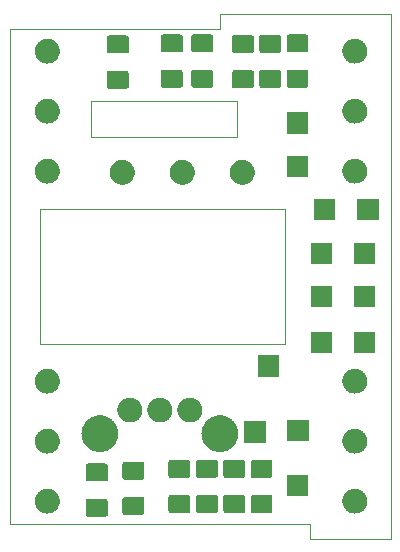
<source format=gbr>
G04 #@! TF.GenerationSoftware,KiCad,Pcbnew,6.0.0-unknown-bc26ccf~86~ubuntu18.04.1*
G04 #@! TF.CreationDate,2019-06-18T13:40:17+01:00*
G04 #@! TF.ProjectId,mouse8,6d6f7573-6538-42e6-9b69-6361645f7063,rev?*
G04 #@! TF.SameCoordinates,Original*
G04 #@! TF.FileFunction,Soldermask,Top*
G04 #@! TF.FilePolarity,Negative*
%FSLAX46Y46*%
G04 Gerber Fmt 4.6, Leading zero omitted, Abs format (unit mm)*
G04 Created by KiCad (PCBNEW 6.0.0-unknown-bc26ccf~86~ubuntu18.04.1) date 2019-06-18 13:40:17*
%MOMM*%
%LPD*%
G04 APERTURE LIST*
%ADD10C,0.050000*%
%ADD11C,0.100000*%
G04 APERTURE END LIST*
D10*
X171653200Y-70916800D02*
X159308800Y-70916800D01*
X184632600Y-63500000D02*
X170180000Y-63500000D01*
X184632600Y-107950000D02*
X177800000Y-107950000D01*
X184632600Y-63500000D02*
X184632600Y-107950000D01*
X154940000Y-91440000D02*
X175717200Y-91440000D01*
X154940000Y-80010000D02*
X175717200Y-80010000D01*
X159308800Y-70916800D02*
X159308800Y-73914000D01*
X171653200Y-73914000D02*
X171653200Y-70916800D01*
X159308800Y-73914000D02*
X171653200Y-73914000D01*
X177800000Y-106680000D02*
X177800000Y-107950000D01*
X152400000Y-106680000D02*
X177800000Y-106680000D01*
X170180000Y-64770000D02*
X152400000Y-64770000D01*
X170180000Y-63500000D02*
X170180000Y-64770000D01*
X154940000Y-91440000D02*
X154940000Y-90805000D01*
X175717200Y-91440000D02*
X175717200Y-90805000D01*
X175717200Y-80010000D02*
X175717200Y-90805000D01*
X154940000Y-90805000D02*
X154940000Y-80010000D01*
X152400000Y-106680000D02*
X152400000Y-64770000D01*
D11*
G36*
X160565295Y-104572565D02*
G01*
X160622331Y-104605494D01*
X160661020Y-104651603D01*
X160692000Y-104767221D01*
X160692000Y-105883700D01*
X160678635Y-105959495D01*
X160645704Y-106016533D01*
X160599600Y-106055220D01*
X160483979Y-106086200D01*
X159042500Y-106086200D01*
X158966705Y-106072835D01*
X158909667Y-106039904D01*
X158870980Y-105993800D01*
X158840000Y-105878179D01*
X158840000Y-104761700D01*
X158853365Y-104685905D01*
X158886294Y-104628869D01*
X158932403Y-104590180D01*
X159048021Y-104559200D01*
X160489500Y-104559200D01*
X160565295Y-104572565D01*
X160565295Y-104572565D01*
G37*
G36*
X163664095Y-104420165D02*
G01*
X163721131Y-104453094D01*
X163759820Y-104499203D01*
X163790800Y-104614821D01*
X163790800Y-105731300D01*
X163777435Y-105807095D01*
X163744504Y-105864133D01*
X163698400Y-105902820D01*
X163582779Y-105933800D01*
X162141300Y-105933800D01*
X162065505Y-105920435D01*
X162008467Y-105887504D01*
X161969780Y-105841400D01*
X161938800Y-105725779D01*
X161938800Y-104609300D01*
X161952165Y-104533505D01*
X161985094Y-104476469D01*
X162031203Y-104437780D01*
X162146821Y-104406800D01*
X163588300Y-104406800D01*
X163664095Y-104420165D01*
X163664095Y-104420165D01*
G37*
G36*
X181669591Y-103724345D02*
G01*
X181720391Y-103724700D01*
X181771051Y-103735099D01*
X181816828Y-103739951D01*
X181866287Y-103754648D01*
X181922293Y-103766145D01*
X181964069Y-103783706D01*
X182001981Y-103794972D01*
X182053722Y-103821392D01*
X182112300Y-103846016D01*
X182144564Y-103867779D01*
X182174015Y-103882817D01*
X182225254Y-103922205D01*
X182283174Y-103961273D01*
X182306070Y-103984330D01*
X182327158Y-104000540D01*
X182374764Y-104053504D01*
X182428407Y-104107523D01*
X182442831Y-104129233D01*
X182456284Y-104144200D01*
X182496922Y-104210646D01*
X182542468Y-104279198D01*
X182549950Y-104297350D01*
X182557065Y-104308984D01*
X182587378Y-104388158D01*
X182621011Y-104469758D01*
X182623572Y-104482693D01*
X182626132Y-104489379D01*
X182642931Y-104580461D01*
X182661045Y-104671944D01*
X182657757Y-104907363D01*
X182654234Y-104922869D01*
X182654069Y-104928973D01*
X182632745Y-105017453D01*
X182612094Y-105108352D01*
X182609358Y-105114497D01*
X182609199Y-105115157D01*
X182551914Y-105243518D01*
X182528261Y-105296645D01*
X182474257Y-105373200D01*
X182420932Y-105450643D01*
X182416520Y-105455048D01*
X182409451Y-105465068D01*
X182344969Y-105526474D01*
X182284227Y-105587109D01*
X182273742Y-105594302D01*
X182260191Y-105607206D01*
X182189960Y-105651776D01*
X182124942Y-105696378D01*
X182107400Y-105704170D01*
X182086165Y-105717646D01*
X182014347Y-105745503D01*
X181948410Y-105774791D01*
X181923446Y-105780761D01*
X181894002Y-105792182D01*
X181824304Y-105804471D01*
X181760543Y-105819720D01*
X181728438Y-105821375D01*
X181691022Y-105827972D01*
X181626608Y-105826623D01*
X181567641Y-105829662D01*
X181529342Y-105824586D01*
X181484955Y-105823656D01*
X181428223Y-105811183D01*
X181376152Y-105804281D01*
X181333267Y-105790306D01*
X181283652Y-105779397D01*
X181236265Y-105758694D01*
X181192498Y-105744431D01*
X181147176Y-105719772D01*
X181094779Y-105696880D01*
X181057565Y-105671016D01*
X181022825Y-105652114D01*
X180977703Y-105615510D01*
X180925530Y-105579249D01*
X180898502Y-105551260D01*
X180872814Y-105530422D01*
X180830877Y-105481233D01*
X180782353Y-105430985D01*
X180764751Y-105403672D01*
X180747495Y-105383432D01*
X180711942Y-105321728D01*
X180670701Y-105257734D01*
X180661105Y-105233498D01*
X180651060Y-105216064D01*
X180625127Y-105142628D01*
X180594826Y-105066096D01*
X180591282Y-105046785D01*
X180586739Y-105033921D01*
X180573546Y-104950152D01*
X180557619Y-104863371D01*
X180557803Y-104850188D01*
X180556689Y-104843114D01*
X180559196Y-104750460D01*
X180560497Y-104657279D01*
X180561895Y-104650703D01*
X180561913Y-104650026D01*
X180591406Y-104511863D01*
X180603350Y-104455672D01*
X180640226Y-104369635D01*
X180676315Y-104282722D01*
X180679718Y-104277492D01*
X180684546Y-104266227D01*
X180734828Y-104192791D01*
X180781658Y-104120818D01*
X180790423Y-104111598D01*
X180800992Y-104096162D01*
X180860409Y-104037977D01*
X180914745Y-103980818D01*
X180930286Y-103969547D01*
X180948253Y-103951953D01*
X181012701Y-103909780D01*
X181071118Y-103867415D01*
X181094301Y-103856382D01*
X181120720Y-103839094D01*
X181186316Y-103812591D01*
X181245532Y-103784410D01*
X181276596Y-103776116D01*
X181311823Y-103761883D01*
X181375128Y-103749807D01*
X181432159Y-103734579D01*
X181470663Y-103731582D01*
X181514284Y-103723261D01*
X181572370Y-103723667D01*
X181624735Y-103719591D01*
X181669591Y-103724345D01*
X181669591Y-103724345D01*
G37*
G36*
X155634591Y-103724345D02*
G01*
X155685391Y-103724700D01*
X155736051Y-103735099D01*
X155781828Y-103739951D01*
X155831287Y-103754648D01*
X155887293Y-103766145D01*
X155929069Y-103783706D01*
X155966981Y-103794972D01*
X156018722Y-103821392D01*
X156077300Y-103846016D01*
X156109564Y-103867779D01*
X156139015Y-103882817D01*
X156190254Y-103922205D01*
X156248174Y-103961273D01*
X156271070Y-103984330D01*
X156292158Y-104000540D01*
X156339764Y-104053504D01*
X156393407Y-104107523D01*
X156407831Y-104129233D01*
X156421284Y-104144200D01*
X156461922Y-104210646D01*
X156507468Y-104279198D01*
X156514950Y-104297350D01*
X156522065Y-104308984D01*
X156552378Y-104388158D01*
X156586011Y-104469758D01*
X156588572Y-104482693D01*
X156591132Y-104489379D01*
X156607931Y-104580461D01*
X156626045Y-104671944D01*
X156622757Y-104907363D01*
X156619234Y-104922869D01*
X156619069Y-104928973D01*
X156597745Y-105017453D01*
X156577094Y-105108352D01*
X156574358Y-105114497D01*
X156574199Y-105115157D01*
X156516914Y-105243518D01*
X156493261Y-105296645D01*
X156439257Y-105373200D01*
X156385932Y-105450643D01*
X156381520Y-105455048D01*
X156374451Y-105465068D01*
X156309969Y-105526474D01*
X156249227Y-105587109D01*
X156238742Y-105594302D01*
X156225191Y-105607206D01*
X156154960Y-105651776D01*
X156089942Y-105696378D01*
X156072400Y-105704170D01*
X156051165Y-105717646D01*
X155979347Y-105745503D01*
X155913410Y-105774791D01*
X155888446Y-105780761D01*
X155859002Y-105792182D01*
X155789304Y-105804471D01*
X155725543Y-105819720D01*
X155693438Y-105821375D01*
X155656022Y-105827972D01*
X155591608Y-105826623D01*
X155532641Y-105829662D01*
X155494342Y-105824586D01*
X155449955Y-105823656D01*
X155393223Y-105811183D01*
X155341152Y-105804281D01*
X155298267Y-105790306D01*
X155248652Y-105779397D01*
X155201265Y-105758694D01*
X155157498Y-105744431D01*
X155112176Y-105719772D01*
X155059779Y-105696880D01*
X155022565Y-105671016D01*
X154987825Y-105652114D01*
X154942703Y-105615510D01*
X154890530Y-105579249D01*
X154863502Y-105551260D01*
X154837814Y-105530422D01*
X154795877Y-105481233D01*
X154747353Y-105430985D01*
X154729751Y-105403672D01*
X154712495Y-105383432D01*
X154676942Y-105321728D01*
X154635701Y-105257734D01*
X154626105Y-105233498D01*
X154616060Y-105216064D01*
X154590127Y-105142628D01*
X154559826Y-105066096D01*
X154556282Y-105046785D01*
X154551739Y-105033921D01*
X154538546Y-104950152D01*
X154522619Y-104863371D01*
X154522803Y-104850188D01*
X154521689Y-104843114D01*
X154524196Y-104750460D01*
X154525497Y-104657279D01*
X154526895Y-104650703D01*
X154526913Y-104650026D01*
X154556406Y-104511863D01*
X154568350Y-104455672D01*
X154605226Y-104369635D01*
X154641315Y-104282722D01*
X154644718Y-104277492D01*
X154649546Y-104266227D01*
X154699828Y-104192791D01*
X154746658Y-104120818D01*
X154755423Y-104111598D01*
X154765992Y-104096162D01*
X154825409Y-104037977D01*
X154879745Y-103980818D01*
X154895286Y-103969547D01*
X154913253Y-103951953D01*
X154977701Y-103909780D01*
X155036118Y-103867415D01*
X155059301Y-103856382D01*
X155085720Y-103839094D01*
X155151316Y-103812591D01*
X155210532Y-103784410D01*
X155241596Y-103776116D01*
X155276823Y-103761883D01*
X155340128Y-103749807D01*
X155397159Y-103734579D01*
X155435663Y-103731582D01*
X155479284Y-103723261D01*
X155537370Y-103723667D01*
X155589735Y-103719591D01*
X155634591Y-103724345D01*
X155634591Y-103724345D01*
G37*
G36*
X172198495Y-104267765D02*
G01*
X172255531Y-104300694D01*
X172294220Y-104346803D01*
X172325200Y-104462421D01*
X172325200Y-105578900D01*
X172311835Y-105654695D01*
X172278904Y-105711733D01*
X172232800Y-105750420D01*
X172117179Y-105781400D01*
X170675700Y-105781400D01*
X170599905Y-105768035D01*
X170542867Y-105735104D01*
X170504180Y-105689000D01*
X170473200Y-105573379D01*
X170473200Y-104456900D01*
X170486565Y-104381105D01*
X170519494Y-104324069D01*
X170565603Y-104285380D01*
X170681221Y-104254400D01*
X172122700Y-104254400D01*
X172198495Y-104267765D01*
X172198495Y-104267765D01*
G37*
G36*
X167550295Y-104267765D02*
G01*
X167607331Y-104300694D01*
X167646020Y-104346803D01*
X167677000Y-104462421D01*
X167677000Y-105578900D01*
X167663635Y-105654695D01*
X167630704Y-105711733D01*
X167584600Y-105750420D01*
X167468979Y-105781400D01*
X166027500Y-105781400D01*
X165951705Y-105768035D01*
X165894667Y-105735104D01*
X165855980Y-105689000D01*
X165825000Y-105573379D01*
X165825000Y-104456900D01*
X165838365Y-104381105D01*
X165871294Y-104324069D01*
X165917403Y-104285380D01*
X166033021Y-104254400D01*
X167474500Y-104254400D01*
X167550295Y-104267765D01*
X167550295Y-104267765D01*
G37*
G36*
X174509895Y-104267765D02*
G01*
X174566931Y-104300694D01*
X174605620Y-104346803D01*
X174636600Y-104462421D01*
X174636600Y-105578900D01*
X174623235Y-105654695D01*
X174590304Y-105711733D01*
X174544200Y-105750420D01*
X174428579Y-105781400D01*
X172987100Y-105781400D01*
X172911305Y-105768035D01*
X172854267Y-105735104D01*
X172815580Y-105689000D01*
X172784600Y-105573379D01*
X172784600Y-104456900D01*
X172797965Y-104381105D01*
X172830894Y-104324069D01*
X172877003Y-104285380D01*
X172992621Y-104254400D01*
X174434100Y-104254400D01*
X174509895Y-104267765D01*
X174509895Y-104267765D01*
G37*
G36*
X169887095Y-104267765D02*
G01*
X169944131Y-104300694D01*
X169982820Y-104346803D01*
X170013800Y-104462421D01*
X170013800Y-105578900D01*
X170000435Y-105654695D01*
X169967504Y-105711733D01*
X169921400Y-105750420D01*
X169805779Y-105781400D01*
X168364300Y-105781400D01*
X168288505Y-105768035D01*
X168231467Y-105735104D01*
X168192780Y-105689000D01*
X168161800Y-105573379D01*
X168161800Y-104456900D01*
X168175165Y-104381105D01*
X168208094Y-104324069D01*
X168254203Y-104285380D01*
X168369821Y-104254400D01*
X169811300Y-104254400D01*
X169887095Y-104267765D01*
X169887095Y-104267765D01*
G37*
G36*
X177685000Y-104329800D02*
G01*
X175883000Y-104329800D01*
X175883000Y-102527800D01*
X177685000Y-102527800D01*
X177685000Y-104329800D01*
X177685000Y-104329800D01*
G37*
G36*
X160565295Y-101597565D02*
G01*
X160622331Y-101630494D01*
X160661020Y-101676603D01*
X160692000Y-101792221D01*
X160692000Y-102908700D01*
X160678635Y-102984495D01*
X160645704Y-103041533D01*
X160599600Y-103080220D01*
X160483979Y-103111200D01*
X159042500Y-103111200D01*
X158966705Y-103097835D01*
X158909667Y-103064904D01*
X158870980Y-103018800D01*
X158840000Y-102903179D01*
X158840000Y-101786700D01*
X158853365Y-101710905D01*
X158886294Y-101653869D01*
X158932403Y-101615180D01*
X159048021Y-101584200D01*
X160489500Y-101584200D01*
X160565295Y-101597565D01*
X160565295Y-101597565D01*
G37*
G36*
X163664095Y-101445165D02*
G01*
X163721131Y-101478094D01*
X163759820Y-101524203D01*
X163790800Y-101639821D01*
X163790800Y-102756300D01*
X163777435Y-102832095D01*
X163744504Y-102889133D01*
X163698400Y-102927820D01*
X163582779Y-102958800D01*
X162141300Y-102958800D01*
X162065505Y-102945435D01*
X162008467Y-102912504D01*
X161969780Y-102866400D01*
X161938800Y-102750779D01*
X161938800Y-101634300D01*
X161952165Y-101558505D01*
X161985094Y-101501469D01*
X162031203Y-101462780D01*
X162146821Y-101431800D01*
X163588300Y-101431800D01*
X163664095Y-101445165D01*
X163664095Y-101445165D01*
G37*
G36*
X169887095Y-101292765D02*
G01*
X169944131Y-101325694D01*
X169982820Y-101371803D01*
X170013800Y-101487421D01*
X170013800Y-102603900D01*
X170000435Y-102679695D01*
X169967504Y-102736733D01*
X169921400Y-102775420D01*
X169805779Y-102806400D01*
X168364300Y-102806400D01*
X168288505Y-102793035D01*
X168231467Y-102760104D01*
X168192780Y-102714000D01*
X168161800Y-102598379D01*
X168161800Y-101481900D01*
X168175165Y-101406105D01*
X168208094Y-101349069D01*
X168254203Y-101310380D01*
X168369821Y-101279400D01*
X169811300Y-101279400D01*
X169887095Y-101292765D01*
X169887095Y-101292765D01*
G37*
G36*
X167550295Y-101292765D02*
G01*
X167607331Y-101325694D01*
X167646020Y-101371803D01*
X167677000Y-101487421D01*
X167677000Y-102603900D01*
X167663635Y-102679695D01*
X167630704Y-102736733D01*
X167584600Y-102775420D01*
X167468979Y-102806400D01*
X166027500Y-102806400D01*
X165951705Y-102793035D01*
X165894667Y-102760104D01*
X165855980Y-102714000D01*
X165825000Y-102598379D01*
X165825000Y-101481900D01*
X165838365Y-101406105D01*
X165871294Y-101349069D01*
X165917403Y-101310380D01*
X166033021Y-101279400D01*
X167474500Y-101279400D01*
X167550295Y-101292765D01*
X167550295Y-101292765D01*
G37*
G36*
X174509895Y-101292765D02*
G01*
X174566931Y-101325694D01*
X174605620Y-101371803D01*
X174636600Y-101487421D01*
X174636600Y-102603900D01*
X174623235Y-102679695D01*
X174590304Y-102736733D01*
X174544200Y-102775420D01*
X174428579Y-102806400D01*
X172987100Y-102806400D01*
X172911305Y-102793035D01*
X172854267Y-102760104D01*
X172815580Y-102714000D01*
X172784600Y-102598379D01*
X172784600Y-101481900D01*
X172797965Y-101406105D01*
X172830894Y-101349069D01*
X172877003Y-101310380D01*
X172992621Y-101279400D01*
X174434100Y-101279400D01*
X174509895Y-101292765D01*
X174509895Y-101292765D01*
G37*
G36*
X172198495Y-101292765D02*
G01*
X172255531Y-101325694D01*
X172294220Y-101371803D01*
X172325200Y-101487421D01*
X172325200Y-102603900D01*
X172311835Y-102679695D01*
X172278904Y-102736733D01*
X172232800Y-102775420D01*
X172117179Y-102806400D01*
X170675700Y-102806400D01*
X170599905Y-102793035D01*
X170542867Y-102760104D01*
X170504180Y-102714000D01*
X170473200Y-102598379D01*
X170473200Y-101481900D01*
X170486565Y-101406105D01*
X170519494Y-101349069D01*
X170565603Y-101310380D01*
X170681221Y-101279400D01*
X172122700Y-101279400D01*
X172198495Y-101292765D01*
X172198495Y-101292765D01*
G37*
G36*
X155634591Y-98644345D02*
G01*
X155685391Y-98644700D01*
X155736051Y-98655099D01*
X155781828Y-98659951D01*
X155831287Y-98674648D01*
X155887293Y-98686145D01*
X155929069Y-98703706D01*
X155966981Y-98714972D01*
X156018722Y-98741392D01*
X156077300Y-98766016D01*
X156109564Y-98787779D01*
X156139015Y-98802817D01*
X156190254Y-98842205D01*
X156248174Y-98881273D01*
X156271070Y-98904330D01*
X156292158Y-98920540D01*
X156339764Y-98973504D01*
X156393407Y-99027523D01*
X156407831Y-99049233D01*
X156421284Y-99064200D01*
X156461922Y-99130646D01*
X156507468Y-99199198D01*
X156514950Y-99217350D01*
X156522065Y-99228984D01*
X156552378Y-99308158D01*
X156586011Y-99389758D01*
X156588572Y-99402693D01*
X156591132Y-99409379D01*
X156607931Y-99500461D01*
X156626045Y-99591944D01*
X156622757Y-99827363D01*
X156619234Y-99842869D01*
X156619069Y-99848973D01*
X156597745Y-99937453D01*
X156577094Y-100028352D01*
X156574358Y-100034497D01*
X156574199Y-100035157D01*
X156516914Y-100163518D01*
X156493261Y-100216645D01*
X156439257Y-100293200D01*
X156385932Y-100370643D01*
X156381520Y-100375048D01*
X156374451Y-100385068D01*
X156309969Y-100446474D01*
X156249227Y-100507109D01*
X156238742Y-100514302D01*
X156225191Y-100527206D01*
X156154960Y-100571776D01*
X156089942Y-100616378D01*
X156072400Y-100624170D01*
X156051165Y-100637646D01*
X155979347Y-100665503D01*
X155913410Y-100694791D01*
X155888446Y-100700761D01*
X155859002Y-100712182D01*
X155789304Y-100724471D01*
X155725543Y-100739720D01*
X155693438Y-100741375D01*
X155656022Y-100747972D01*
X155591608Y-100746623D01*
X155532641Y-100749662D01*
X155494342Y-100744586D01*
X155449955Y-100743656D01*
X155393223Y-100731183D01*
X155341152Y-100724281D01*
X155298267Y-100710306D01*
X155248652Y-100699397D01*
X155201265Y-100678694D01*
X155157498Y-100664431D01*
X155112176Y-100639772D01*
X155059779Y-100616880D01*
X155022565Y-100591016D01*
X154987825Y-100572114D01*
X154942703Y-100535510D01*
X154890530Y-100499249D01*
X154863502Y-100471260D01*
X154837814Y-100450422D01*
X154795877Y-100401233D01*
X154747353Y-100350985D01*
X154729751Y-100323672D01*
X154712495Y-100303432D01*
X154676942Y-100241728D01*
X154635701Y-100177734D01*
X154626105Y-100153498D01*
X154616060Y-100136064D01*
X154590127Y-100062628D01*
X154559826Y-99986096D01*
X154556282Y-99966785D01*
X154551739Y-99953921D01*
X154538546Y-99870152D01*
X154522619Y-99783371D01*
X154522803Y-99770188D01*
X154521689Y-99763114D01*
X154524196Y-99670460D01*
X154525497Y-99577279D01*
X154526895Y-99570703D01*
X154526913Y-99570026D01*
X154556406Y-99431863D01*
X154568350Y-99375672D01*
X154605226Y-99289635D01*
X154641315Y-99202722D01*
X154644718Y-99197492D01*
X154649546Y-99186227D01*
X154699828Y-99112791D01*
X154746658Y-99040818D01*
X154755423Y-99031598D01*
X154765992Y-99016162D01*
X154825409Y-98957977D01*
X154879745Y-98900818D01*
X154895286Y-98889547D01*
X154913253Y-98871953D01*
X154977701Y-98829780D01*
X155036118Y-98787415D01*
X155059301Y-98776382D01*
X155085720Y-98759094D01*
X155151316Y-98732591D01*
X155210532Y-98704410D01*
X155241596Y-98696116D01*
X155276823Y-98681883D01*
X155340128Y-98669807D01*
X155397159Y-98654579D01*
X155435663Y-98651582D01*
X155479284Y-98643261D01*
X155537370Y-98643667D01*
X155589735Y-98639591D01*
X155634591Y-98644345D01*
X155634591Y-98644345D01*
G37*
G36*
X181669591Y-98644345D02*
G01*
X181720391Y-98644700D01*
X181771051Y-98655099D01*
X181816828Y-98659951D01*
X181866287Y-98674648D01*
X181922293Y-98686145D01*
X181964069Y-98703706D01*
X182001981Y-98714972D01*
X182053722Y-98741392D01*
X182112300Y-98766016D01*
X182144564Y-98787779D01*
X182174015Y-98802817D01*
X182225254Y-98842205D01*
X182283174Y-98881273D01*
X182306070Y-98904330D01*
X182327158Y-98920540D01*
X182374764Y-98973504D01*
X182428407Y-99027523D01*
X182442831Y-99049233D01*
X182456284Y-99064200D01*
X182496922Y-99130646D01*
X182542468Y-99199198D01*
X182549950Y-99217350D01*
X182557065Y-99228984D01*
X182587378Y-99308158D01*
X182621011Y-99389758D01*
X182623572Y-99402693D01*
X182626132Y-99409379D01*
X182642931Y-99500461D01*
X182661045Y-99591944D01*
X182657757Y-99827363D01*
X182654234Y-99842869D01*
X182654069Y-99848973D01*
X182632745Y-99937453D01*
X182612094Y-100028352D01*
X182609358Y-100034497D01*
X182609199Y-100035157D01*
X182551914Y-100163518D01*
X182528261Y-100216645D01*
X182474257Y-100293200D01*
X182420932Y-100370643D01*
X182416520Y-100375048D01*
X182409451Y-100385068D01*
X182344969Y-100446474D01*
X182284227Y-100507109D01*
X182273742Y-100514302D01*
X182260191Y-100527206D01*
X182189960Y-100571776D01*
X182124942Y-100616378D01*
X182107400Y-100624170D01*
X182086165Y-100637646D01*
X182014347Y-100665503D01*
X181948410Y-100694791D01*
X181923446Y-100700761D01*
X181894002Y-100712182D01*
X181824304Y-100724471D01*
X181760543Y-100739720D01*
X181728438Y-100741375D01*
X181691022Y-100747972D01*
X181626608Y-100746623D01*
X181567641Y-100749662D01*
X181529342Y-100744586D01*
X181484955Y-100743656D01*
X181428223Y-100731183D01*
X181376152Y-100724281D01*
X181333267Y-100710306D01*
X181283652Y-100699397D01*
X181236265Y-100678694D01*
X181192498Y-100664431D01*
X181147176Y-100639772D01*
X181094779Y-100616880D01*
X181057565Y-100591016D01*
X181022825Y-100572114D01*
X180977703Y-100535510D01*
X180925530Y-100499249D01*
X180898502Y-100471260D01*
X180872814Y-100450422D01*
X180830877Y-100401233D01*
X180782353Y-100350985D01*
X180764751Y-100323672D01*
X180747495Y-100303432D01*
X180711942Y-100241728D01*
X180670701Y-100177734D01*
X180661105Y-100153498D01*
X180651060Y-100136064D01*
X180625127Y-100062628D01*
X180594826Y-99986096D01*
X180591282Y-99966785D01*
X180586739Y-99953921D01*
X180573546Y-99870152D01*
X180557619Y-99783371D01*
X180557803Y-99770188D01*
X180556689Y-99763114D01*
X180559196Y-99670460D01*
X180560497Y-99577279D01*
X180561895Y-99570703D01*
X180561913Y-99570026D01*
X180591406Y-99431863D01*
X180603350Y-99375672D01*
X180640226Y-99289635D01*
X180676315Y-99202722D01*
X180679718Y-99197492D01*
X180684546Y-99186227D01*
X180734828Y-99112791D01*
X180781658Y-99040818D01*
X180790423Y-99031598D01*
X180800992Y-99016162D01*
X180860409Y-98957977D01*
X180914745Y-98900818D01*
X180930286Y-98889547D01*
X180948253Y-98871953D01*
X181012701Y-98829780D01*
X181071118Y-98787415D01*
X181094301Y-98776382D01*
X181120720Y-98759094D01*
X181186316Y-98732591D01*
X181245532Y-98704410D01*
X181276596Y-98696116D01*
X181311823Y-98681883D01*
X181375128Y-98669807D01*
X181432159Y-98654579D01*
X181470663Y-98651582D01*
X181514284Y-98643261D01*
X181572370Y-98643667D01*
X181624735Y-98639591D01*
X181669591Y-98644345D01*
X181669591Y-98644345D01*
G37*
G36*
X160034870Y-97507503D02*
G01*
X160090587Y-97505557D01*
X160157861Y-97514056D01*
X160220350Y-97517385D01*
X160276239Y-97529010D01*
X160338205Y-97536838D01*
X160396838Y-97554095D01*
X160451387Y-97565441D01*
X160511309Y-97587785D01*
X160577637Y-97607307D01*
X160626700Y-97630814D01*
X160672485Y-97647887D01*
X160734355Y-97682394D01*
X160802722Y-97715150D01*
X160841870Y-97742359D01*
X160878580Y-97762833D01*
X160939992Y-97810555D01*
X161007669Y-97857592D01*
X161037117Y-97886029D01*
X161064905Y-97907623D01*
X161123181Y-97969140D01*
X161187207Y-98030969D01*
X161207690Y-98058349D01*
X161227196Y-98078940D01*
X161279539Y-98154391D01*
X161336715Y-98230821D01*
X161349424Y-98255130D01*
X161361703Y-98272831D01*
X161405241Y-98361900D01*
X161452347Y-98452005D01*
X161458868Y-98471606D01*
X161465330Y-98484827D01*
X161497204Y-98586849D01*
X161531129Y-98688831D01*
X161533351Y-98702547D01*
X161535703Y-98710077D01*
X161553218Y-98825216D01*
X161571033Y-98935207D01*
X161568079Y-99217248D01*
X161561707Y-99251966D01*
X161561166Y-99270197D01*
X161541162Y-99363910D01*
X161523024Y-99462734D01*
X161515639Y-99483474D01*
X161512281Y-99499204D01*
X161474978Y-99597664D01*
X161439300Y-99697859D01*
X161431956Y-99711218D01*
X161428676Y-99719875D01*
X161372486Y-99819393D01*
X161319061Y-99916573D01*
X161313852Y-99923240D01*
X161312659Y-99925353D01*
X161227525Y-100033734D01*
X161165400Y-100113249D01*
X161084204Y-100188438D01*
X160994728Y-100272314D01*
X160990477Y-100275230D01*
X160982271Y-100282829D01*
X160891065Y-100343426D01*
X160800132Y-100405806D01*
X160789346Y-100411009D01*
X160774386Y-100420948D01*
X160679597Y-100463946D01*
X160587593Y-100508324D01*
X160569603Y-100513841D01*
X160547091Y-100524053D01*
X160452529Y-100549745D01*
X160361988Y-100577512D01*
X160336633Y-100581234D01*
X160306237Y-100589492D01*
X160215124Y-100599068D01*
X160128513Y-100611781D01*
X160096058Y-100611583D01*
X160058018Y-100615581D01*
X159973077Y-100610832D01*
X159892537Y-100610340D01*
X159853732Y-100604159D01*
X159808820Y-100601648D01*
X159732188Y-100584799D01*
X159659503Y-100573222D01*
X159615572Y-100559160D01*
X159565056Y-100548053D01*
X159498282Y-100521615D01*
X159434751Y-100501279D01*
X159387318Y-100477681D01*
X159332997Y-100456174D01*
X159277052Y-100422824D01*
X159223481Y-100396173D01*
X159174562Y-100361729D01*
X159118612Y-100328376D01*
X159073850Y-100290816D01*
X159030537Y-100260319D01*
X158982434Y-100214109D01*
X158927418Y-100167945D01*
X158893622Y-100128792D01*
X158860359Y-100096838D01*
X158815609Y-100038413D01*
X158764333Y-99979009D01*
X158740758Y-99940688D01*
X158716869Y-99909499D01*
X158678132Y-99838891D01*
X158633554Y-99766430D01*
X158618980Y-99731071D01*
X158603367Y-99702612D01*
X158573347Y-99620357D01*
X158538444Y-99535676D01*
X158531254Y-99505023D01*
X158522464Y-99480937D01*
X158503818Y-99388049D01*
X158481451Y-99292684D01*
X158479727Y-99268029D01*
X158476023Y-99249577D01*
X158471300Y-99147527D01*
X158464040Y-99043705D01*
X158465668Y-99025820D01*
X158465114Y-99013855D01*
X158476738Y-98904177D01*
X158486661Y-98795146D01*
X158489442Y-98784316D01*
X158489985Y-98779190D01*
X158521189Y-98660668D01*
X158548731Y-98553401D01*
X158589091Y-98461021D01*
X158643971Y-98334502D01*
X158645264Y-98332445D01*
X158648652Y-98324690D01*
X158708740Y-98231452D01*
X158769542Y-98134713D01*
X158775595Y-98127713D01*
X158783855Y-98114896D01*
X158855058Y-98035817D01*
X158923893Y-97956212D01*
X158936124Y-97945785D01*
X158950861Y-97929417D01*
X159029191Y-97866438D01*
X159103465Y-97803114D01*
X159122935Y-97791065D01*
X159145373Y-97773025D01*
X159227267Y-97726503D01*
X159304129Y-97678939D01*
X159331484Y-97667299D01*
X159362387Y-97649744D01*
X159444567Y-97619182D01*
X159521259Y-97586549D01*
X159556685Y-97577486D01*
X159596320Y-97562746D01*
X159675882Y-97546992D01*
X159749877Y-97528062D01*
X159793059Y-97523790D01*
X159841153Y-97514267D01*
X159915594Y-97511668D01*
X159984709Y-97504830D01*
X160034870Y-97507503D01*
X160034870Y-97507503D01*
G37*
G36*
X170194870Y-97507503D02*
G01*
X170250587Y-97505557D01*
X170317861Y-97514056D01*
X170380350Y-97517385D01*
X170436239Y-97529010D01*
X170498205Y-97536838D01*
X170556838Y-97554095D01*
X170611387Y-97565441D01*
X170671309Y-97587785D01*
X170737637Y-97607307D01*
X170786700Y-97630814D01*
X170832485Y-97647887D01*
X170894355Y-97682394D01*
X170962722Y-97715150D01*
X171001870Y-97742359D01*
X171038580Y-97762833D01*
X171099992Y-97810555D01*
X171167669Y-97857592D01*
X171197117Y-97886029D01*
X171224905Y-97907623D01*
X171283181Y-97969140D01*
X171347207Y-98030969D01*
X171367690Y-98058349D01*
X171387196Y-98078940D01*
X171439539Y-98154391D01*
X171496715Y-98230821D01*
X171509424Y-98255130D01*
X171521703Y-98272831D01*
X171565241Y-98361900D01*
X171612347Y-98452005D01*
X171618868Y-98471606D01*
X171625330Y-98484827D01*
X171657204Y-98586849D01*
X171691129Y-98688831D01*
X171693351Y-98702547D01*
X171695703Y-98710077D01*
X171713218Y-98825216D01*
X171731033Y-98935207D01*
X171728079Y-99217248D01*
X171721707Y-99251966D01*
X171721166Y-99270197D01*
X171701162Y-99363910D01*
X171683024Y-99462734D01*
X171675639Y-99483474D01*
X171672281Y-99499204D01*
X171634978Y-99597664D01*
X171599300Y-99697859D01*
X171591956Y-99711218D01*
X171588676Y-99719875D01*
X171532486Y-99819393D01*
X171479061Y-99916573D01*
X171473852Y-99923240D01*
X171472659Y-99925353D01*
X171387525Y-100033734D01*
X171325400Y-100113249D01*
X171244204Y-100188438D01*
X171154728Y-100272314D01*
X171150477Y-100275230D01*
X171142271Y-100282829D01*
X171051065Y-100343426D01*
X170960132Y-100405806D01*
X170949346Y-100411009D01*
X170934386Y-100420948D01*
X170839597Y-100463946D01*
X170747593Y-100508324D01*
X170729603Y-100513841D01*
X170707091Y-100524053D01*
X170612529Y-100549745D01*
X170521988Y-100577512D01*
X170496633Y-100581234D01*
X170466237Y-100589492D01*
X170375124Y-100599068D01*
X170288513Y-100611781D01*
X170256058Y-100611583D01*
X170218018Y-100615581D01*
X170133077Y-100610832D01*
X170052537Y-100610340D01*
X170013732Y-100604159D01*
X169968820Y-100601648D01*
X169892188Y-100584799D01*
X169819503Y-100573222D01*
X169775572Y-100559160D01*
X169725056Y-100548053D01*
X169658282Y-100521615D01*
X169594751Y-100501279D01*
X169547318Y-100477681D01*
X169492997Y-100456174D01*
X169437052Y-100422824D01*
X169383481Y-100396173D01*
X169334562Y-100361729D01*
X169278612Y-100328376D01*
X169233850Y-100290816D01*
X169190537Y-100260319D01*
X169142434Y-100214109D01*
X169087418Y-100167945D01*
X169053622Y-100128792D01*
X169020359Y-100096838D01*
X168975609Y-100038413D01*
X168924333Y-99979009D01*
X168900758Y-99940688D01*
X168876869Y-99909499D01*
X168838132Y-99838891D01*
X168793554Y-99766430D01*
X168778980Y-99731071D01*
X168763367Y-99702612D01*
X168733347Y-99620357D01*
X168698444Y-99535676D01*
X168691254Y-99505023D01*
X168682464Y-99480937D01*
X168663818Y-99388049D01*
X168641451Y-99292684D01*
X168639727Y-99268029D01*
X168636023Y-99249577D01*
X168631300Y-99147527D01*
X168624040Y-99043705D01*
X168625668Y-99025820D01*
X168625114Y-99013855D01*
X168636738Y-98904177D01*
X168646661Y-98795146D01*
X168649442Y-98784316D01*
X168649985Y-98779190D01*
X168681189Y-98660668D01*
X168708731Y-98553401D01*
X168749091Y-98461021D01*
X168803971Y-98334502D01*
X168805264Y-98332445D01*
X168808652Y-98324690D01*
X168868740Y-98231452D01*
X168929542Y-98134713D01*
X168935595Y-98127713D01*
X168943855Y-98114896D01*
X169015058Y-98035817D01*
X169083893Y-97956212D01*
X169096124Y-97945785D01*
X169110861Y-97929417D01*
X169189191Y-97866438D01*
X169263465Y-97803114D01*
X169282935Y-97791065D01*
X169305373Y-97773025D01*
X169387267Y-97726503D01*
X169464129Y-97678939D01*
X169491484Y-97667299D01*
X169522387Y-97649744D01*
X169604567Y-97619182D01*
X169681259Y-97586549D01*
X169716685Y-97577486D01*
X169756320Y-97562746D01*
X169835882Y-97546992D01*
X169909877Y-97528062D01*
X169953059Y-97523790D01*
X170001153Y-97514267D01*
X170075594Y-97511668D01*
X170144709Y-97504830D01*
X170194870Y-97507503D01*
X170194870Y-97507503D01*
G37*
G36*
X174052800Y-99834000D02*
G01*
X172250800Y-99834000D01*
X172250800Y-98032000D01*
X174052800Y-98032000D01*
X174052800Y-99834000D01*
X174052800Y-99834000D01*
G37*
G36*
X177710400Y-99732400D02*
G01*
X175908400Y-99732400D01*
X175908400Y-97930400D01*
X177710400Y-97930400D01*
X177710400Y-99732400D01*
X177710400Y-99732400D01*
G37*
G36*
X167699591Y-96009345D02*
G01*
X167750391Y-96009700D01*
X167801051Y-96020099D01*
X167846828Y-96024951D01*
X167896287Y-96039648D01*
X167952293Y-96051145D01*
X167994069Y-96068706D01*
X168031981Y-96079972D01*
X168083722Y-96106392D01*
X168142300Y-96131016D01*
X168174564Y-96152779D01*
X168204015Y-96167817D01*
X168255254Y-96207205D01*
X168313174Y-96246273D01*
X168336070Y-96269330D01*
X168357158Y-96285540D01*
X168404764Y-96338504D01*
X168458407Y-96392523D01*
X168472831Y-96414233D01*
X168486284Y-96429200D01*
X168526922Y-96495646D01*
X168572468Y-96564198D01*
X168579950Y-96582350D01*
X168587065Y-96593984D01*
X168617378Y-96673158D01*
X168651011Y-96754758D01*
X168653572Y-96767693D01*
X168656132Y-96774379D01*
X168672931Y-96865461D01*
X168691045Y-96956944D01*
X168687757Y-97192363D01*
X168684234Y-97207869D01*
X168684069Y-97213973D01*
X168662745Y-97302453D01*
X168642094Y-97393352D01*
X168639358Y-97399497D01*
X168639199Y-97400157D01*
X168582118Y-97528062D01*
X168558261Y-97581645D01*
X168504257Y-97658200D01*
X168450932Y-97735643D01*
X168446520Y-97740048D01*
X168439451Y-97750068D01*
X168374969Y-97811474D01*
X168314227Y-97872109D01*
X168303742Y-97879302D01*
X168290191Y-97892206D01*
X168219960Y-97936776D01*
X168154942Y-97981378D01*
X168137400Y-97989170D01*
X168116165Y-98002646D01*
X168044347Y-98030503D01*
X167978410Y-98059791D01*
X167953446Y-98065761D01*
X167924002Y-98077182D01*
X167854304Y-98089471D01*
X167790543Y-98104720D01*
X167758438Y-98106375D01*
X167721022Y-98112972D01*
X167656608Y-98111623D01*
X167597641Y-98114662D01*
X167559342Y-98109586D01*
X167514955Y-98108656D01*
X167458223Y-98096183D01*
X167406152Y-98089281D01*
X167363267Y-98075306D01*
X167313652Y-98064397D01*
X167266265Y-98043694D01*
X167222498Y-98029431D01*
X167177176Y-98004772D01*
X167124779Y-97981880D01*
X167087565Y-97956016D01*
X167052825Y-97937114D01*
X167007703Y-97900510D01*
X166955530Y-97864249D01*
X166928502Y-97836260D01*
X166902814Y-97815422D01*
X166860877Y-97766233D01*
X166812353Y-97715985D01*
X166794751Y-97688672D01*
X166777495Y-97668432D01*
X166741942Y-97606728D01*
X166700701Y-97542734D01*
X166691105Y-97518498D01*
X166681060Y-97501064D01*
X166655127Y-97427628D01*
X166624826Y-97351096D01*
X166621282Y-97331785D01*
X166616739Y-97318921D01*
X166603546Y-97235152D01*
X166587619Y-97148371D01*
X166587803Y-97135188D01*
X166586689Y-97128114D01*
X166589196Y-97035460D01*
X166590497Y-96942279D01*
X166591895Y-96935703D01*
X166591913Y-96935026D01*
X166621406Y-96796863D01*
X166633350Y-96740672D01*
X166670226Y-96654635D01*
X166706315Y-96567722D01*
X166709718Y-96562492D01*
X166714546Y-96551227D01*
X166764828Y-96477791D01*
X166811658Y-96405818D01*
X166820423Y-96396598D01*
X166830992Y-96381162D01*
X166890409Y-96322977D01*
X166944745Y-96265818D01*
X166960286Y-96254547D01*
X166978253Y-96236953D01*
X167042701Y-96194780D01*
X167101118Y-96152415D01*
X167124301Y-96141382D01*
X167150720Y-96124094D01*
X167216316Y-96097591D01*
X167275532Y-96069410D01*
X167306596Y-96061116D01*
X167341823Y-96046883D01*
X167405128Y-96034807D01*
X167462159Y-96019579D01*
X167500663Y-96016582D01*
X167544284Y-96008261D01*
X167602370Y-96008667D01*
X167654735Y-96004591D01*
X167699591Y-96009345D01*
X167699591Y-96009345D01*
G37*
G36*
X165159591Y-96009345D02*
G01*
X165210391Y-96009700D01*
X165261051Y-96020099D01*
X165306828Y-96024951D01*
X165356287Y-96039648D01*
X165412293Y-96051145D01*
X165454069Y-96068706D01*
X165491981Y-96079972D01*
X165543722Y-96106392D01*
X165602300Y-96131016D01*
X165634564Y-96152779D01*
X165664015Y-96167817D01*
X165715254Y-96207205D01*
X165773174Y-96246273D01*
X165796070Y-96269330D01*
X165817158Y-96285540D01*
X165864764Y-96338504D01*
X165918407Y-96392523D01*
X165932831Y-96414233D01*
X165946284Y-96429200D01*
X165986922Y-96495646D01*
X166032468Y-96564198D01*
X166039950Y-96582350D01*
X166047065Y-96593984D01*
X166077378Y-96673158D01*
X166111011Y-96754758D01*
X166113572Y-96767693D01*
X166116132Y-96774379D01*
X166132931Y-96865461D01*
X166151045Y-96956944D01*
X166147757Y-97192363D01*
X166144234Y-97207869D01*
X166144069Y-97213973D01*
X166122745Y-97302453D01*
X166102094Y-97393352D01*
X166099358Y-97399497D01*
X166099199Y-97400157D01*
X166042118Y-97528062D01*
X166018261Y-97581645D01*
X165964257Y-97658200D01*
X165910932Y-97735643D01*
X165906520Y-97740048D01*
X165899451Y-97750068D01*
X165834969Y-97811474D01*
X165774227Y-97872109D01*
X165763742Y-97879302D01*
X165750191Y-97892206D01*
X165679960Y-97936776D01*
X165614942Y-97981378D01*
X165597400Y-97989170D01*
X165576165Y-98002646D01*
X165504347Y-98030503D01*
X165438410Y-98059791D01*
X165413446Y-98065761D01*
X165384002Y-98077182D01*
X165314304Y-98089471D01*
X165250543Y-98104720D01*
X165218438Y-98106375D01*
X165181022Y-98112972D01*
X165116608Y-98111623D01*
X165057641Y-98114662D01*
X165019342Y-98109586D01*
X164974955Y-98108656D01*
X164918223Y-98096183D01*
X164866152Y-98089281D01*
X164823267Y-98075306D01*
X164773652Y-98064397D01*
X164726265Y-98043694D01*
X164682498Y-98029431D01*
X164637176Y-98004772D01*
X164584779Y-97981880D01*
X164547565Y-97956016D01*
X164512825Y-97937114D01*
X164467703Y-97900510D01*
X164415530Y-97864249D01*
X164388502Y-97836260D01*
X164362814Y-97815422D01*
X164320877Y-97766233D01*
X164272353Y-97715985D01*
X164254751Y-97688672D01*
X164237495Y-97668432D01*
X164201942Y-97606728D01*
X164160701Y-97542734D01*
X164151105Y-97518498D01*
X164141060Y-97501064D01*
X164115127Y-97427628D01*
X164084826Y-97351096D01*
X164081282Y-97331785D01*
X164076739Y-97318921D01*
X164063546Y-97235152D01*
X164047619Y-97148371D01*
X164047803Y-97135188D01*
X164046689Y-97128114D01*
X164049196Y-97035460D01*
X164050497Y-96942279D01*
X164051895Y-96935703D01*
X164051913Y-96935026D01*
X164081406Y-96796863D01*
X164093350Y-96740672D01*
X164130226Y-96654635D01*
X164166315Y-96567722D01*
X164169718Y-96562492D01*
X164174546Y-96551227D01*
X164224828Y-96477791D01*
X164271658Y-96405818D01*
X164280423Y-96396598D01*
X164290992Y-96381162D01*
X164350409Y-96322977D01*
X164404745Y-96265818D01*
X164420286Y-96254547D01*
X164438253Y-96236953D01*
X164502701Y-96194780D01*
X164561118Y-96152415D01*
X164584301Y-96141382D01*
X164610720Y-96124094D01*
X164676316Y-96097591D01*
X164735532Y-96069410D01*
X164766596Y-96061116D01*
X164801823Y-96046883D01*
X164865128Y-96034807D01*
X164922159Y-96019579D01*
X164960663Y-96016582D01*
X165004284Y-96008261D01*
X165062370Y-96008667D01*
X165114735Y-96004591D01*
X165159591Y-96009345D01*
X165159591Y-96009345D01*
G37*
G36*
X162619591Y-96009345D02*
G01*
X162670391Y-96009700D01*
X162721051Y-96020099D01*
X162766828Y-96024951D01*
X162816287Y-96039648D01*
X162872293Y-96051145D01*
X162914069Y-96068706D01*
X162951981Y-96079972D01*
X163003722Y-96106392D01*
X163062300Y-96131016D01*
X163094564Y-96152779D01*
X163124015Y-96167817D01*
X163175254Y-96207205D01*
X163233174Y-96246273D01*
X163256070Y-96269330D01*
X163277158Y-96285540D01*
X163324764Y-96338504D01*
X163378407Y-96392523D01*
X163392831Y-96414233D01*
X163406284Y-96429200D01*
X163446922Y-96495646D01*
X163492468Y-96564198D01*
X163499950Y-96582350D01*
X163507065Y-96593984D01*
X163537378Y-96673158D01*
X163571011Y-96754758D01*
X163573572Y-96767693D01*
X163576132Y-96774379D01*
X163592931Y-96865461D01*
X163611045Y-96956944D01*
X163607757Y-97192363D01*
X163604234Y-97207869D01*
X163604069Y-97213973D01*
X163582745Y-97302453D01*
X163562094Y-97393352D01*
X163559358Y-97399497D01*
X163559199Y-97400157D01*
X163502118Y-97528062D01*
X163478261Y-97581645D01*
X163424257Y-97658200D01*
X163370932Y-97735643D01*
X163366520Y-97740048D01*
X163359451Y-97750068D01*
X163294969Y-97811474D01*
X163234227Y-97872109D01*
X163223742Y-97879302D01*
X163210191Y-97892206D01*
X163139960Y-97936776D01*
X163074942Y-97981378D01*
X163057400Y-97989170D01*
X163036165Y-98002646D01*
X162964347Y-98030503D01*
X162898410Y-98059791D01*
X162873446Y-98065761D01*
X162844002Y-98077182D01*
X162774304Y-98089471D01*
X162710543Y-98104720D01*
X162678438Y-98106375D01*
X162641022Y-98112972D01*
X162576608Y-98111623D01*
X162517641Y-98114662D01*
X162479342Y-98109586D01*
X162434955Y-98108656D01*
X162378223Y-98096183D01*
X162326152Y-98089281D01*
X162283267Y-98075306D01*
X162233652Y-98064397D01*
X162186265Y-98043694D01*
X162142498Y-98029431D01*
X162097176Y-98004772D01*
X162044779Y-97981880D01*
X162007565Y-97956016D01*
X161972825Y-97937114D01*
X161927703Y-97900510D01*
X161875530Y-97864249D01*
X161848502Y-97836260D01*
X161822814Y-97815422D01*
X161780877Y-97766233D01*
X161732353Y-97715985D01*
X161714751Y-97688672D01*
X161697495Y-97668432D01*
X161661942Y-97606728D01*
X161620701Y-97542734D01*
X161611105Y-97518498D01*
X161601060Y-97501064D01*
X161575127Y-97427628D01*
X161544826Y-97351096D01*
X161541282Y-97331785D01*
X161536739Y-97318921D01*
X161523546Y-97235152D01*
X161507619Y-97148371D01*
X161507803Y-97135188D01*
X161506689Y-97128114D01*
X161509196Y-97035460D01*
X161510497Y-96942279D01*
X161511895Y-96935703D01*
X161511913Y-96935026D01*
X161541406Y-96796863D01*
X161553350Y-96740672D01*
X161590226Y-96654635D01*
X161626315Y-96567722D01*
X161629718Y-96562492D01*
X161634546Y-96551227D01*
X161684828Y-96477791D01*
X161731658Y-96405818D01*
X161740423Y-96396598D01*
X161750992Y-96381162D01*
X161810409Y-96322977D01*
X161864745Y-96265818D01*
X161880286Y-96254547D01*
X161898253Y-96236953D01*
X161962701Y-96194780D01*
X162021118Y-96152415D01*
X162044301Y-96141382D01*
X162070720Y-96124094D01*
X162136316Y-96097591D01*
X162195532Y-96069410D01*
X162226596Y-96061116D01*
X162261823Y-96046883D01*
X162325128Y-96034807D01*
X162382159Y-96019579D01*
X162420663Y-96016582D01*
X162464284Y-96008261D01*
X162522370Y-96008667D01*
X162574735Y-96004591D01*
X162619591Y-96009345D01*
X162619591Y-96009345D01*
G37*
G36*
X181669591Y-93564345D02*
G01*
X181720391Y-93564700D01*
X181771051Y-93575099D01*
X181816828Y-93579951D01*
X181866287Y-93594648D01*
X181922293Y-93606145D01*
X181964069Y-93623706D01*
X182001981Y-93634972D01*
X182053722Y-93661392D01*
X182112300Y-93686016D01*
X182144564Y-93707779D01*
X182174015Y-93722817D01*
X182225254Y-93762205D01*
X182283174Y-93801273D01*
X182306070Y-93824330D01*
X182327158Y-93840540D01*
X182374764Y-93893504D01*
X182428407Y-93947523D01*
X182442831Y-93969233D01*
X182456284Y-93984200D01*
X182496922Y-94050646D01*
X182542468Y-94119198D01*
X182549950Y-94137350D01*
X182557065Y-94148984D01*
X182587378Y-94228158D01*
X182621011Y-94309758D01*
X182623572Y-94322693D01*
X182626132Y-94329379D01*
X182642931Y-94420461D01*
X182661045Y-94511944D01*
X182657757Y-94747363D01*
X182654234Y-94762869D01*
X182654069Y-94768973D01*
X182632745Y-94857453D01*
X182612094Y-94948352D01*
X182609358Y-94954497D01*
X182609199Y-94955157D01*
X182551914Y-95083518D01*
X182528261Y-95136645D01*
X182474257Y-95213200D01*
X182420932Y-95290643D01*
X182416520Y-95295048D01*
X182409451Y-95305068D01*
X182344969Y-95366474D01*
X182284227Y-95427109D01*
X182273742Y-95434302D01*
X182260191Y-95447206D01*
X182189960Y-95491776D01*
X182124942Y-95536378D01*
X182107400Y-95544170D01*
X182086165Y-95557646D01*
X182014347Y-95585503D01*
X181948410Y-95614791D01*
X181923446Y-95620761D01*
X181894002Y-95632182D01*
X181824304Y-95644471D01*
X181760543Y-95659720D01*
X181728438Y-95661375D01*
X181691022Y-95667972D01*
X181626608Y-95666623D01*
X181567641Y-95669662D01*
X181529342Y-95664586D01*
X181484955Y-95663656D01*
X181428223Y-95651183D01*
X181376152Y-95644281D01*
X181333267Y-95630306D01*
X181283652Y-95619397D01*
X181236265Y-95598694D01*
X181192498Y-95584431D01*
X181147176Y-95559772D01*
X181094779Y-95536880D01*
X181057565Y-95511016D01*
X181022825Y-95492114D01*
X180977703Y-95455510D01*
X180925530Y-95419249D01*
X180898502Y-95391260D01*
X180872814Y-95370422D01*
X180830877Y-95321233D01*
X180782353Y-95270985D01*
X180764751Y-95243672D01*
X180747495Y-95223432D01*
X180711942Y-95161728D01*
X180670701Y-95097734D01*
X180661105Y-95073498D01*
X180651060Y-95056064D01*
X180625127Y-94982628D01*
X180594826Y-94906096D01*
X180591282Y-94886785D01*
X180586739Y-94873921D01*
X180573546Y-94790152D01*
X180557619Y-94703371D01*
X180557803Y-94690188D01*
X180556689Y-94683114D01*
X180559196Y-94590460D01*
X180560497Y-94497279D01*
X180561895Y-94490703D01*
X180561913Y-94490026D01*
X180591406Y-94351863D01*
X180603350Y-94295672D01*
X180640226Y-94209635D01*
X180676315Y-94122722D01*
X180679718Y-94117492D01*
X180684546Y-94106227D01*
X180734828Y-94032791D01*
X180781658Y-93960818D01*
X180790423Y-93951598D01*
X180800992Y-93936162D01*
X180860409Y-93877977D01*
X180914745Y-93820818D01*
X180930286Y-93809547D01*
X180948253Y-93791953D01*
X181012701Y-93749780D01*
X181071118Y-93707415D01*
X181094301Y-93696382D01*
X181120720Y-93679094D01*
X181186316Y-93652591D01*
X181245532Y-93624410D01*
X181276596Y-93616116D01*
X181311823Y-93601883D01*
X181375128Y-93589807D01*
X181432159Y-93574579D01*
X181470663Y-93571582D01*
X181514284Y-93563261D01*
X181572370Y-93563667D01*
X181624735Y-93559591D01*
X181669591Y-93564345D01*
X181669591Y-93564345D01*
G37*
G36*
X155634591Y-93564345D02*
G01*
X155685391Y-93564700D01*
X155736051Y-93575099D01*
X155781828Y-93579951D01*
X155831287Y-93594648D01*
X155887293Y-93606145D01*
X155929069Y-93623706D01*
X155966981Y-93634972D01*
X156018722Y-93661392D01*
X156077300Y-93686016D01*
X156109564Y-93707779D01*
X156139015Y-93722817D01*
X156190254Y-93762205D01*
X156248174Y-93801273D01*
X156271070Y-93824330D01*
X156292158Y-93840540D01*
X156339764Y-93893504D01*
X156393407Y-93947523D01*
X156407831Y-93969233D01*
X156421284Y-93984200D01*
X156461922Y-94050646D01*
X156507468Y-94119198D01*
X156514950Y-94137350D01*
X156522065Y-94148984D01*
X156552378Y-94228158D01*
X156586011Y-94309758D01*
X156588572Y-94322693D01*
X156591132Y-94329379D01*
X156607931Y-94420461D01*
X156626045Y-94511944D01*
X156622757Y-94747363D01*
X156619234Y-94762869D01*
X156619069Y-94768973D01*
X156597745Y-94857453D01*
X156577094Y-94948352D01*
X156574358Y-94954497D01*
X156574199Y-94955157D01*
X156516914Y-95083518D01*
X156493261Y-95136645D01*
X156439257Y-95213200D01*
X156385932Y-95290643D01*
X156381520Y-95295048D01*
X156374451Y-95305068D01*
X156309969Y-95366474D01*
X156249227Y-95427109D01*
X156238742Y-95434302D01*
X156225191Y-95447206D01*
X156154960Y-95491776D01*
X156089942Y-95536378D01*
X156072400Y-95544170D01*
X156051165Y-95557646D01*
X155979347Y-95585503D01*
X155913410Y-95614791D01*
X155888446Y-95620761D01*
X155859002Y-95632182D01*
X155789304Y-95644471D01*
X155725543Y-95659720D01*
X155693438Y-95661375D01*
X155656022Y-95667972D01*
X155591608Y-95666623D01*
X155532641Y-95669662D01*
X155494342Y-95664586D01*
X155449955Y-95663656D01*
X155393223Y-95651183D01*
X155341152Y-95644281D01*
X155298267Y-95630306D01*
X155248652Y-95619397D01*
X155201265Y-95598694D01*
X155157498Y-95584431D01*
X155112176Y-95559772D01*
X155059779Y-95536880D01*
X155022565Y-95511016D01*
X154987825Y-95492114D01*
X154942703Y-95455510D01*
X154890530Y-95419249D01*
X154863502Y-95391260D01*
X154837814Y-95370422D01*
X154795877Y-95321233D01*
X154747353Y-95270985D01*
X154729751Y-95243672D01*
X154712495Y-95223432D01*
X154676942Y-95161728D01*
X154635701Y-95097734D01*
X154626105Y-95073498D01*
X154616060Y-95056064D01*
X154590127Y-94982628D01*
X154559826Y-94906096D01*
X154556282Y-94886785D01*
X154551739Y-94873921D01*
X154538546Y-94790152D01*
X154522619Y-94703371D01*
X154522803Y-94690188D01*
X154521689Y-94683114D01*
X154524196Y-94590460D01*
X154525497Y-94497279D01*
X154526895Y-94490703D01*
X154526913Y-94490026D01*
X154556406Y-94351863D01*
X154568350Y-94295672D01*
X154605226Y-94209635D01*
X154641315Y-94122722D01*
X154644718Y-94117492D01*
X154649546Y-94106227D01*
X154699828Y-94032791D01*
X154746658Y-93960818D01*
X154755423Y-93951598D01*
X154765992Y-93936162D01*
X154825409Y-93877977D01*
X154879745Y-93820818D01*
X154895286Y-93809547D01*
X154913253Y-93791953D01*
X154977701Y-93749780D01*
X155036118Y-93707415D01*
X155059301Y-93696382D01*
X155085720Y-93679094D01*
X155151316Y-93652591D01*
X155210532Y-93624410D01*
X155241596Y-93616116D01*
X155276823Y-93601883D01*
X155340128Y-93589807D01*
X155397159Y-93574579D01*
X155435663Y-93571582D01*
X155479284Y-93563261D01*
X155537370Y-93563667D01*
X155589735Y-93559591D01*
X155634591Y-93564345D01*
X155634591Y-93564345D01*
G37*
G36*
X175221200Y-94246000D02*
G01*
X173419200Y-94246000D01*
X173419200Y-92444000D01*
X175221200Y-92444000D01*
X175221200Y-94246000D01*
X175221200Y-94246000D01*
G37*
G36*
X183349200Y-92239400D02*
G01*
X181547200Y-92239400D01*
X181547200Y-90437400D01*
X183349200Y-90437400D01*
X183349200Y-92239400D01*
X183349200Y-92239400D01*
G37*
G36*
X179666200Y-92239400D02*
G01*
X177864200Y-92239400D01*
X177864200Y-90437400D01*
X179666200Y-90437400D01*
X179666200Y-92239400D01*
X179666200Y-92239400D01*
G37*
G36*
X183323800Y-88378600D02*
G01*
X181521800Y-88378600D01*
X181521800Y-86576600D01*
X183323800Y-86576600D01*
X183323800Y-88378600D01*
X183323800Y-88378600D01*
G37*
G36*
X179666200Y-88378600D02*
G01*
X177864200Y-88378600D01*
X177864200Y-86576600D01*
X179666200Y-86576600D01*
X179666200Y-88378600D01*
X179666200Y-88378600D01*
G37*
G36*
X179666200Y-84695600D02*
G01*
X177864200Y-84695600D01*
X177864200Y-82893600D01*
X179666200Y-82893600D01*
X179666200Y-84695600D01*
X179666200Y-84695600D01*
G37*
G36*
X183349200Y-84695600D02*
G01*
X181547200Y-84695600D01*
X181547200Y-82893600D01*
X183349200Y-82893600D01*
X183349200Y-84695600D01*
X183349200Y-84695600D01*
G37*
G36*
X179971000Y-81012600D02*
G01*
X178169000Y-81012600D01*
X178169000Y-79210600D01*
X179971000Y-79210600D01*
X179971000Y-81012600D01*
X179971000Y-81012600D01*
G37*
G36*
X183628600Y-81012600D02*
G01*
X181826600Y-81012600D01*
X181826600Y-79210600D01*
X183628600Y-79210600D01*
X183628600Y-81012600D01*
X183628600Y-81012600D01*
G37*
G36*
X161984591Y-75884345D02*
G01*
X162035391Y-75884700D01*
X162086051Y-75895099D01*
X162131828Y-75899951D01*
X162181287Y-75914648D01*
X162237293Y-75926145D01*
X162279069Y-75943706D01*
X162316981Y-75954972D01*
X162368722Y-75981392D01*
X162427300Y-76006016D01*
X162459564Y-76027779D01*
X162489015Y-76042817D01*
X162540254Y-76082205D01*
X162598174Y-76121273D01*
X162621070Y-76144330D01*
X162642158Y-76160540D01*
X162689764Y-76213504D01*
X162743407Y-76267523D01*
X162757831Y-76289233D01*
X162771284Y-76304200D01*
X162811922Y-76370646D01*
X162857468Y-76439198D01*
X162864950Y-76457350D01*
X162872065Y-76468984D01*
X162902378Y-76548158D01*
X162936011Y-76629758D01*
X162938572Y-76642693D01*
X162941132Y-76649379D01*
X162957931Y-76740461D01*
X162976045Y-76831944D01*
X162972757Y-77067363D01*
X162969234Y-77082869D01*
X162969069Y-77088973D01*
X162947745Y-77177453D01*
X162927094Y-77268352D01*
X162924358Y-77274497D01*
X162924199Y-77275157D01*
X162866914Y-77403518D01*
X162843261Y-77456645D01*
X162789257Y-77533200D01*
X162735932Y-77610643D01*
X162731520Y-77615048D01*
X162724451Y-77625068D01*
X162659969Y-77686474D01*
X162599227Y-77747109D01*
X162588742Y-77754302D01*
X162575191Y-77767206D01*
X162504960Y-77811776D01*
X162439942Y-77856378D01*
X162422400Y-77864170D01*
X162401165Y-77877646D01*
X162329347Y-77905503D01*
X162263410Y-77934791D01*
X162238446Y-77940761D01*
X162209002Y-77952182D01*
X162139304Y-77964471D01*
X162075543Y-77979720D01*
X162043438Y-77981375D01*
X162006022Y-77987972D01*
X161941608Y-77986623D01*
X161882641Y-77989662D01*
X161844342Y-77984586D01*
X161799955Y-77983656D01*
X161743223Y-77971183D01*
X161691152Y-77964281D01*
X161648267Y-77950306D01*
X161598652Y-77939397D01*
X161551265Y-77918694D01*
X161507498Y-77904431D01*
X161462176Y-77879772D01*
X161409779Y-77856880D01*
X161372565Y-77831016D01*
X161337825Y-77812114D01*
X161292703Y-77775510D01*
X161240530Y-77739249D01*
X161213502Y-77711260D01*
X161187814Y-77690422D01*
X161145877Y-77641233D01*
X161097353Y-77590985D01*
X161079751Y-77563672D01*
X161062495Y-77543432D01*
X161026942Y-77481728D01*
X160985701Y-77417734D01*
X160976105Y-77393498D01*
X160966060Y-77376064D01*
X160940127Y-77302628D01*
X160909826Y-77226096D01*
X160906282Y-77206785D01*
X160901739Y-77193921D01*
X160888546Y-77110152D01*
X160872619Y-77023371D01*
X160872803Y-77010188D01*
X160871689Y-77003114D01*
X160874196Y-76910460D01*
X160875497Y-76817279D01*
X160876895Y-76810703D01*
X160876913Y-76810026D01*
X160906406Y-76671863D01*
X160918350Y-76615672D01*
X160955226Y-76529635D01*
X160991315Y-76442722D01*
X160994718Y-76437492D01*
X160999546Y-76426227D01*
X161049828Y-76352791D01*
X161096658Y-76280818D01*
X161105423Y-76271598D01*
X161115992Y-76256162D01*
X161175409Y-76197977D01*
X161229745Y-76140818D01*
X161245286Y-76129547D01*
X161263253Y-76111953D01*
X161327701Y-76069780D01*
X161386118Y-76027415D01*
X161409301Y-76016382D01*
X161435720Y-75999094D01*
X161501316Y-75972591D01*
X161560532Y-75944410D01*
X161591596Y-75936116D01*
X161626823Y-75921883D01*
X161690128Y-75909807D01*
X161747159Y-75894579D01*
X161785663Y-75891582D01*
X161829284Y-75883261D01*
X161887370Y-75883667D01*
X161939735Y-75879591D01*
X161984591Y-75884345D01*
X161984591Y-75884345D01*
G37*
G36*
X172144591Y-75884345D02*
G01*
X172195391Y-75884700D01*
X172246051Y-75895099D01*
X172291828Y-75899951D01*
X172341287Y-75914648D01*
X172397293Y-75926145D01*
X172439069Y-75943706D01*
X172476981Y-75954972D01*
X172528722Y-75981392D01*
X172587300Y-76006016D01*
X172619564Y-76027779D01*
X172649015Y-76042817D01*
X172700254Y-76082205D01*
X172758174Y-76121273D01*
X172781070Y-76144330D01*
X172802158Y-76160540D01*
X172849764Y-76213504D01*
X172903407Y-76267523D01*
X172917831Y-76289233D01*
X172931284Y-76304200D01*
X172971922Y-76370646D01*
X173017468Y-76439198D01*
X173024950Y-76457350D01*
X173032065Y-76468984D01*
X173062378Y-76548158D01*
X173096011Y-76629758D01*
X173098572Y-76642693D01*
X173101132Y-76649379D01*
X173117931Y-76740461D01*
X173136045Y-76831944D01*
X173132757Y-77067363D01*
X173129234Y-77082869D01*
X173129069Y-77088973D01*
X173107745Y-77177453D01*
X173087094Y-77268352D01*
X173084358Y-77274497D01*
X173084199Y-77275157D01*
X173026914Y-77403518D01*
X173003261Y-77456645D01*
X172949257Y-77533200D01*
X172895932Y-77610643D01*
X172891520Y-77615048D01*
X172884451Y-77625068D01*
X172819969Y-77686474D01*
X172759227Y-77747109D01*
X172748742Y-77754302D01*
X172735191Y-77767206D01*
X172664960Y-77811776D01*
X172599942Y-77856378D01*
X172582400Y-77864170D01*
X172561165Y-77877646D01*
X172489347Y-77905503D01*
X172423410Y-77934791D01*
X172398446Y-77940761D01*
X172369002Y-77952182D01*
X172299304Y-77964471D01*
X172235543Y-77979720D01*
X172203438Y-77981375D01*
X172166022Y-77987972D01*
X172101608Y-77986623D01*
X172042641Y-77989662D01*
X172004342Y-77984586D01*
X171959955Y-77983656D01*
X171903223Y-77971183D01*
X171851152Y-77964281D01*
X171808267Y-77950306D01*
X171758652Y-77939397D01*
X171711265Y-77918694D01*
X171667498Y-77904431D01*
X171622176Y-77879772D01*
X171569779Y-77856880D01*
X171532565Y-77831016D01*
X171497825Y-77812114D01*
X171452703Y-77775510D01*
X171400530Y-77739249D01*
X171373502Y-77711260D01*
X171347814Y-77690422D01*
X171305877Y-77641233D01*
X171257353Y-77590985D01*
X171239751Y-77563672D01*
X171222495Y-77543432D01*
X171186942Y-77481728D01*
X171145701Y-77417734D01*
X171136105Y-77393498D01*
X171126060Y-77376064D01*
X171100127Y-77302628D01*
X171069826Y-77226096D01*
X171066282Y-77206785D01*
X171061739Y-77193921D01*
X171048546Y-77110152D01*
X171032619Y-77023371D01*
X171032803Y-77010188D01*
X171031689Y-77003114D01*
X171034196Y-76910460D01*
X171035497Y-76817279D01*
X171036895Y-76810703D01*
X171036913Y-76810026D01*
X171066406Y-76671863D01*
X171078350Y-76615672D01*
X171115226Y-76529635D01*
X171151315Y-76442722D01*
X171154718Y-76437492D01*
X171159546Y-76426227D01*
X171209828Y-76352791D01*
X171256658Y-76280818D01*
X171265423Y-76271598D01*
X171275992Y-76256162D01*
X171335409Y-76197977D01*
X171389745Y-76140818D01*
X171405286Y-76129547D01*
X171423253Y-76111953D01*
X171487701Y-76069780D01*
X171546118Y-76027415D01*
X171569301Y-76016382D01*
X171595720Y-75999094D01*
X171661316Y-75972591D01*
X171720532Y-75944410D01*
X171751596Y-75936116D01*
X171786823Y-75921883D01*
X171850128Y-75909807D01*
X171907159Y-75894579D01*
X171945663Y-75891582D01*
X171989284Y-75883261D01*
X172047370Y-75883667D01*
X172099735Y-75879591D01*
X172144591Y-75884345D01*
X172144591Y-75884345D01*
G37*
G36*
X167064591Y-75884345D02*
G01*
X167115391Y-75884700D01*
X167166051Y-75895099D01*
X167211828Y-75899951D01*
X167261287Y-75914648D01*
X167317293Y-75926145D01*
X167359069Y-75943706D01*
X167396981Y-75954972D01*
X167448722Y-75981392D01*
X167507300Y-76006016D01*
X167539564Y-76027779D01*
X167569015Y-76042817D01*
X167620254Y-76082205D01*
X167678174Y-76121273D01*
X167701070Y-76144330D01*
X167722158Y-76160540D01*
X167769764Y-76213504D01*
X167823407Y-76267523D01*
X167837831Y-76289233D01*
X167851284Y-76304200D01*
X167891922Y-76370646D01*
X167937468Y-76439198D01*
X167944950Y-76457350D01*
X167952065Y-76468984D01*
X167982378Y-76548158D01*
X168016011Y-76629758D01*
X168018572Y-76642693D01*
X168021132Y-76649379D01*
X168037931Y-76740461D01*
X168056045Y-76831944D01*
X168052757Y-77067363D01*
X168049234Y-77082869D01*
X168049069Y-77088973D01*
X168027745Y-77177453D01*
X168007094Y-77268352D01*
X168004358Y-77274497D01*
X168004199Y-77275157D01*
X167946914Y-77403518D01*
X167923261Y-77456645D01*
X167869257Y-77533200D01*
X167815932Y-77610643D01*
X167811520Y-77615048D01*
X167804451Y-77625068D01*
X167739969Y-77686474D01*
X167679227Y-77747109D01*
X167668742Y-77754302D01*
X167655191Y-77767206D01*
X167584960Y-77811776D01*
X167519942Y-77856378D01*
X167502400Y-77864170D01*
X167481165Y-77877646D01*
X167409347Y-77905503D01*
X167343410Y-77934791D01*
X167318446Y-77940761D01*
X167289002Y-77952182D01*
X167219304Y-77964471D01*
X167155543Y-77979720D01*
X167123438Y-77981375D01*
X167086022Y-77987972D01*
X167021608Y-77986623D01*
X166962641Y-77989662D01*
X166924342Y-77984586D01*
X166879955Y-77983656D01*
X166823223Y-77971183D01*
X166771152Y-77964281D01*
X166728267Y-77950306D01*
X166678652Y-77939397D01*
X166631265Y-77918694D01*
X166587498Y-77904431D01*
X166542176Y-77879772D01*
X166489779Y-77856880D01*
X166452565Y-77831016D01*
X166417825Y-77812114D01*
X166372703Y-77775510D01*
X166320530Y-77739249D01*
X166293502Y-77711260D01*
X166267814Y-77690422D01*
X166225877Y-77641233D01*
X166177353Y-77590985D01*
X166159751Y-77563672D01*
X166142495Y-77543432D01*
X166106942Y-77481728D01*
X166065701Y-77417734D01*
X166056105Y-77393498D01*
X166046060Y-77376064D01*
X166020127Y-77302628D01*
X165989826Y-77226096D01*
X165986282Y-77206785D01*
X165981739Y-77193921D01*
X165968546Y-77110152D01*
X165952619Y-77023371D01*
X165952803Y-77010188D01*
X165951689Y-77003114D01*
X165954196Y-76910460D01*
X165955497Y-76817279D01*
X165956895Y-76810703D01*
X165956913Y-76810026D01*
X165986406Y-76671863D01*
X165998350Y-76615672D01*
X166035226Y-76529635D01*
X166071315Y-76442722D01*
X166074718Y-76437492D01*
X166079546Y-76426227D01*
X166129828Y-76352791D01*
X166176658Y-76280818D01*
X166185423Y-76271598D01*
X166195992Y-76256162D01*
X166255409Y-76197977D01*
X166309745Y-76140818D01*
X166325286Y-76129547D01*
X166343253Y-76111953D01*
X166407701Y-76069780D01*
X166466118Y-76027415D01*
X166489301Y-76016382D01*
X166515720Y-75999094D01*
X166581316Y-75972591D01*
X166640532Y-75944410D01*
X166671596Y-75936116D01*
X166706823Y-75921883D01*
X166770128Y-75909807D01*
X166827159Y-75894579D01*
X166865663Y-75891582D01*
X166909284Y-75883261D01*
X166967370Y-75883667D01*
X167019735Y-75879591D01*
X167064591Y-75884345D01*
X167064591Y-75884345D01*
G37*
G36*
X155634591Y-75784345D02*
G01*
X155685391Y-75784700D01*
X155736051Y-75795099D01*
X155781828Y-75799951D01*
X155831287Y-75814648D01*
X155887293Y-75826145D01*
X155929069Y-75843706D01*
X155966981Y-75854972D01*
X156018722Y-75881392D01*
X156077300Y-75906016D01*
X156109564Y-75927779D01*
X156139015Y-75942817D01*
X156190254Y-75982205D01*
X156248174Y-76021273D01*
X156271070Y-76044330D01*
X156292158Y-76060540D01*
X156339764Y-76113504D01*
X156393407Y-76167523D01*
X156407831Y-76189233D01*
X156421284Y-76204200D01*
X156461922Y-76270646D01*
X156507468Y-76339198D01*
X156514950Y-76357350D01*
X156522065Y-76368984D01*
X156552378Y-76448158D01*
X156586011Y-76529758D01*
X156588572Y-76542693D01*
X156591132Y-76549379D01*
X156607931Y-76640461D01*
X156626045Y-76731944D01*
X156622757Y-76967363D01*
X156619234Y-76982869D01*
X156619069Y-76988973D01*
X156597745Y-77077453D01*
X156577094Y-77168352D01*
X156574358Y-77174497D01*
X156574199Y-77175157D01*
X156516914Y-77303518D01*
X156493261Y-77356645D01*
X156439257Y-77433200D01*
X156385932Y-77510643D01*
X156381520Y-77515048D01*
X156374451Y-77525068D01*
X156309969Y-77586474D01*
X156249227Y-77647109D01*
X156238742Y-77654302D01*
X156225191Y-77667206D01*
X156154960Y-77711776D01*
X156089942Y-77756378D01*
X156072400Y-77764170D01*
X156051165Y-77777646D01*
X155979347Y-77805503D01*
X155913410Y-77834791D01*
X155888446Y-77840761D01*
X155859002Y-77852182D01*
X155789304Y-77864471D01*
X155725543Y-77879720D01*
X155693438Y-77881375D01*
X155656022Y-77887972D01*
X155591608Y-77886623D01*
X155532641Y-77889662D01*
X155494342Y-77884586D01*
X155449955Y-77883656D01*
X155393223Y-77871183D01*
X155341152Y-77864281D01*
X155298267Y-77850306D01*
X155248652Y-77839397D01*
X155201265Y-77818694D01*
X155157498Y-77804431D01*
X155112176Y-77779772D01*
X155059779Y-77756880D01*
X155022565Y-77731016D01*
X154987825Y-77712114D01*
X154942703Y-77675510D01*
X154890530Y-77639249D01*
X154863502Y-77611260D01*
X154837814Y-77590422D01*
X154795877Y-77541233D01*
X154747353Y-77490985D01*
X154729751Y-77463672D01*
X154712495Y-77443432D01*
X154676942Y-77381728D01*
X154635701Y-77317734D01*
X154626105Y-77293498D01*
X154616060Y-77276064D01*
X154590127Y-77202628D01*
X154559826Y-77126096D01*
X154556282Y-77106785D01*
X154551739Y-77093921D01*
X154538546Y-77010152D01*
X154522619Y-76923371D01*
X154522803Y-76910188D01*
X154521689Y-76903114D01*
X154524196Y-76810460D01*
X154525497Y-76717279D01*
X154526895Y-76710703D01*
X154526913Y-76710026D01*
X154556406Y-76571863D01*
X154568350Y-76515672D01*
X154605226Y-76429635D01*
X154641315Y-76342722D01*
X154644718Y-76337492D01*
X154649546Y-76326227D01*
X154699828Y-76252791D01*
X154746658Y-76180818D01*
X154755423Y-76171598D01*
X154765992Y-76156162D01*
X154825409Y-76097977D01*
X154879745Y-76040818D01*
X154895286Y-76029547D01*
X154913253Y-76011953D01*
X154977701Y-75969780D01*
X155036118Y-75927415D01*
X155059301Y-75916382D01*
X155085720Y-75899094D01*
X155151316Y-75872591D01*
X155210532Y-75844410D01*
X155241596Y-75836116D01*
X155276823Y-75821883D01*
X155340128Y-75809807D01*
X155397159Y-75794579D01*
X155435663Y-75791582D01*
X155479284Y-75783261D01*
X155537370Y-75783667D01*
X155589735Y-75779591D01*
X155634591Y-75784345D01*
X155634591Y-75784345D01*
G37*
G36*
X181669591Y-75784345D02*
G01*
X181720391Y-75784700D01*
X181771051Y-75795099D01*
X181816828Y-75799951D01*
X181866287Y-75814648D01*
X181922293Y-75826145D01*
X181964069Y-75843706D01*
X182001981Y-75854972D01*
X182053722Y-75881392D01*
X182112300Y-75906016D01*
X182144564Y-75927779D01*
X182174015Y-75942817D01*
X182225254Y-75982205D01*
X182283174Y-76021273D01*
X182306070Y-76044330D01*
X182327158Y-76060540D01*
X182374764Y-76113504D01*
X182428407Y-76167523D01*
X182442831Y-76189233D01*
X182456284Y-76204200D01*
X182496922Y-76270646D01*
X182542468Y-76339198D01*
X182549950Y-76357350D01*
X182557065Y-76368984D01*
X182587378Y-76448158D01*
X182621011Y-76529758D01*
X182623572Y-76542693D01*
X182626132Y-76549379D01*
X182642931Y-76640461D01*
X182661045Y-76731944D01*
X182657757Y-76967363D01*
X182654234Y-76982869D01*
X182654069Y-76988973D01*
X182632745Y-77077453D01*
X182612094Y-77168352D01*
X182609358Y-77174497D01*
X182609199Y-77175157D01*
X182551914Y-77303518D01*
X182528261Y-77356645D01*
X182474257Y-77433200D01*
X182420932Y-77510643D01*
X182416520Y-77515048D01*
X182409451Y-77525068D01*
X182344969Y-77586474D01*
X182284227Y-77647109D01*
X182273742Y-77654302D01*
X182260191Y-77667206D01*
X182189960Y-77711776D01*
X182124942Y-77756378D01*
X182107400Y-77764170D01*
X182086165Y-77777646D01*
X182014347Y-77805503D01*
X181948410Y-77834791D01*
X181923446Y-77840761D01*
X181894002Y-77852182D01*
X181824304Y-77864471D01*
X181760543Y-77879720D01*
X181728438Y-77881375D01*
X181691022Y-77887972D01*
X181626608Y-77886623D01*
X181567641Y-77889662D01*
X181529342Y-77884586D01*
X181484955Y-77883656D01*
X181428223Y-77871183D01*
X181376152Y-77864281D01*
X181333267Y-77850306D01*
X181283652Y-77839397D01*
X181236265Y-77818694D01*
X181192498Y-77804431D01*
X181147176Y-77779772D01*
X181094779Y-77756880D01*
X181057565Y-77731016D01*
X181022825Y-77712114D01*
X180977703Y-77675510D01*
X180925530Y-77639249D01*
X180898502Y-77611260D01*
X180872814Y-77590422D01*
X180830877Y-77541233D01*
X180782353Y-77490985D01*
X180764751Y-77463672D01*
X180747495Y-77443432D01*
X180711942Y-77381728D01*
X180670701Y-77317734D01*
X180661105Y-77293498D01*
X180651060Y-77276064D01*
X180625127Y-77202628D01*
X180594826Y-77126096D01*
X180591282Y-77106785D01*
X180586739Y-77093921D01*
X180573546Y-77010152D01*
X180557619Y-76923371D01*
X180557803Y-76910188D01*
X180556689Y-76903114D01*
X180559196Y-76810460D01*
X180560497Y-76717279D01*
X180561895Y-76710703D01*
X180561913Y-76710026D01*
X180591406Y-76571863D01*
X180603350Y-76515672D01*
X180640226Y-76429635D01*
X180676315Y-76342722D01*
X180679718Y-76337492D01*
X180684546Y-76326227D01*
X180734828Y-76252791D01*
X180781658Y-76180818D01*
X180790423Y-76171598D01*
X180800992Y-76156162D01*
X180860409Y-76097977D01*
X180914745Y-76040818D01*
X180930286Y-76029547D01*
X180948253Y-76011953D01*
X181012701Y-75969780D01*
X181071118Y-75927415D01*
X181094301Y-75916382D01*
X181120720Y-75899094D01*
X181186316Y-75872591D01*
X181245532Y-75844410D01*
X181276596Y-75836116D01*
X181311823Y-75821883D01*
X181375128Y-75809807D01*
X181432159Y-75794579D01*
X181470663Y-75791582D01*
X181514284Y-75783261D01*
X181572370Y-75783667D01*
X181624735Y-75779591D01*
X181669591Y-75784345D01*
X181669591Y-75784345D01*
G37*
G36*
X177659600Y-77329600D02*
G01*
X175857600Y-77329600D01*
X175857600Y-75527600D01*
X177659600Y-75527600D01*
X177659600Y-77329600D01*
X177659600Y-77329600D01*
G37*
G36*
X177659600Y-73672000D02*
G01*
X175857600Y-73672000D01*
X175857600Y-71870000D01*
X177659600Y-71870000D01*
X177659600Y-73672000D01*
X177659600Y-73672000D01*
G37*
G36*
X181669591Y-70704345D02*
G01*
X181720391Y-70704700D01*
X181771051Y-70715099D01*
X181816828Y-70719951D01*
X181866287Y-70734648D01*
X181922293Y-70746145D01*
X181964069Y-70763706D01*
X182001981Y-70774972D01*
X182053722Y-70801392D01*
X182112300Y-70826016D01*
X182144564Y-70847779D01*
X182174015Y-70862817D01*
X182225254Y-70902205D01*
X182283174Y-70941273D01*
X182306070Y-70964330D01*
X182327158Y-70980540D01*
X182374764Y-71033504D01*
X182428407Y-71087523D01*
X182442831Y-71109233D01*
X182456284Y-71124200D01*
X182496922Y-71190646D01*
X182542468Y-71259198D01*
X182549950Y-71277350D01*
X182557065Y-71288984D01*
X182587378Y-71368158D01*
X182621011Y-71449758D01*
X182623572Y-71462693D01*
X182626132Y-71469379D01*
X182642931Y-71560461D01*
X182661045Y-71651944D01*
X182657757Y-71887363D01*
X182654234Y-71902869D01*
X182654069Y-71908973D01*
X182632745Y-71997453D01*
X182612094Y-72088352D01*
X182609358Y-72094497D01*
X182609199Y-72095157D01*
X182551914Y-72223518D01*
X182528261Y-72276645D01*
X182474257Y-72353200D01*
X182420932Y-72430643D01*
X182416520Y-72435048D01*
X182409451Y-72445068D01*
X182344969Y-72506474D01*
X182284227Y-72567109D01*
X182273742Y-72574302D01*
X182260191Y-72587206D01*
X182189960Y-72631776D01*
X182124942Y-72676378D01*
X182107400Y-72684170D01*
X182086165Y-72697646D01*
X182014347Y-72725503D01*
X181948410Y-72754791D01*
X181923446Y-72760761D01*
X181894002Y-72772182D01*
X181824304Y-72784471D01*
X181760543Y-72799720D01*
X181728438Y-72801375D01*
X181691022Y-72807972D01*
X181626608Y-72806623D01*
X181567641Y-72809662D01*
X181529342Y-72804586D01*
X181484955Y-72803656D01*
X181428223Y-72791183D01*
X181376152Y-72784281D01*
X181333267Y-72770306D01*
X181283652Y-72759397D01*
X181236265Y-72738694D01*
X181192498Y-72724431D01*
X181147176Y-72699772D01*
X181094779Y-72676880D01*
X181057565Y-72651016D01*
X181022825Y-72632114D01*
X180977703Y-72595510D01*
X180925530Y-72559249D01*
X180898502Y-72531260D01*
X180872814Y-72510422D01*
X180830877Y-72461233D01*
X180782353Y-72410985D01*
X180764751Y-72383672D01*
X180747495Y-72363432D01*
X180711942Y-72301728D01*
X180670701Y-72237734D01*
X180661105Y-72213498D01*
X180651060Y-72196064D01*
X180625127Y-72122628D01*
X180594826Y-72046096D01*
X180591282Y-72026785D01*
X180586739Y-72013921D01*
X180573546Y-71930152D01*
X180557619Y-71843371D01*
X180557803Y-71830188D01*
X180556689Y-71823114D01*
X180559196Y-71730460D01*
X180560497Y-71637279D01*
X180561895Y-71630703D01*
X180561913Y-71630026D01*
X180591406Y-71491863D01*
X180603350Y-71435672D01*
X180640226Y-71349635D01*
X180676315Y-71262722D01*
X180679718Y-71257492D01*
X180684546Y-71246227D01*
X180734828Y-71172791D01*
X180781658Y-71100818D01*
X180790423Y-71091598D01*
X180800992Y-71076162D01*
X180860409Y-71017977D01*
X180914745Y-70960818D01*
X180930286Y-70949547D01*
X180948253Y-70931953D01*
X181012701Y-70889780D01*
X181071118Y-70847415D01*
X181094301Y-70836382D01*
X181120720Y-70819094D01*
X181186316Y-70792591D01*
X181245532Y-70764410D01*
X181276596Y-70756116D01*
X181311823Y-70741883D01*
X181375128Y-70729807D01*
X181432159Y-70714579D01*
X181470663Y-70711582D01*
X181514284Y-70703261D01*
X181572370Y-70703667D01*
X181624735Y-70699591D01*
X181669591Y-70704345D01*
X181669591Y-70704345D01*
G37*
G36*
X155634591Y-70704345D02*
G01*
X155685391Y-70704700D01*
X155736051Y-70715099D01*
X155781828Y-70719951D01*
X155831287Y-70734648D01*
X155887293Y-70746145D01*
X155929069Y-70763706D01*
X155966981Y-70774972D01*
X156018722Y-70801392D01*
X156077300Y-70826016D01*
X156109564Y-70847779D01*
X156139015Y-70862817D01*
X156190254Y-70902205D01*
X156248174Y-70941273D01*
X156271070Y-70964330D01*
X156292158Y-70980540D01*
X156339764Y-71033504D01*
X156393407Y-71087523D01*
X156407831Y-71109233D01*
X156421284Y-71124200D01*
X156461922Y-71190646D01*
X156507468Y-71259198D01*
X156514950Y-71277350D01*
X156522065Y-71288984D01*
X156552378Y-71368158D01*
X156586011Y-71449758D01*
X156588572Y-71462693D01*
X156591132Y-71469379D01*
X156607931Y-71560461D01*
X156626045Y-71651944D01*
X156622757Y-71887363D01*
X156619234Y-71902869D01*
X156619069Y-71908973D01*
X156597745Y-71997453D01*
X156577094Y-72088352D01*
X156574358Y-72094497D01*
X156574199Y-72095157D01*
X156516914Y-72223518D01*
X156493261Y-72276645D01*
X156439257Y-72353200D01*
X156385932Y-72430643D01*
X156381520Y-72435048D01*
X156374451Y-72445068D01*
X156309969Y-72506474D01*
X156249227Y-72567109D01*
X156238742Y-72574302D01*
X156225191Y-72587206D01*
X156154960Y-72631776D01*
X156089942Y-72676378D01*
X156072400Y-72684170D01*
X156051165Y-72697646D01*
X155979347Y-72725503D01*
X155913410Y-72754791D01*
X155888446Y-72760761D01*
X155859002Y-72772182D01*
X155789304Y-72784471D01*
X155725543Y-72799720D01*
X155693438Y-72801375D01*
X155656022Y-72807972D01*
X155591608Y-72806623D01*
X155532641Y-72809662D01*
X155494342Y-72804586D01*
X155449955Y-72803656D01*
X155393223Y-72791183D01*
X155341152Y-72784281D01*
X155298267Y-72770306D01*
X155248652Y-72759397D01*
X155201265Y-72738694D01*
X155157498Y-72724431D01*
X155112176Y-72699772D01*
X155059779Y-72676880D01*
X155022565Y-72651016D01*
X154987825Y-72632114D01*
X154942703Y-72595510D01*
X154890530Y-72559249D01*
X154863502Y-72531260D01*
X154837814Y-72510422D01*
X154795877Y-72461233D01*
X154747353Y-72410985D01*
X154729751Y-72383672D01*
X154712495Y-72363432D01*
X154676942Y-72301728D01*
X154635701Y-72237734D01*
X154626105Y-72213498D01*
X154616060Y-72196064D01*
X154590127Y-72122628D01*
X154559826Y-72046096D01*
X154556282Y-72026785D01*
X154551739Y-72013921D01*
X154538546Y-71930152D01*
X154522619Y-71843371D01*
X154522803Y-71830188D01*
X154521689Y-71823114D01*
X154524196Y-71730460D01*
X154525497Y-71637279D01*
X154526895Y-71630703D01*
X154526913Y-71630026D01*
X154556406Y-71491863D01*
X154568350Y-71435672D01*
X154605226Y-71349635D01*
X154641315Y-71262722D01*
X154644718Y-71257492D01*
X154649546Y-71246227D01*
X154699828Y-71172791D01*
X154746658Y-71100818D01*
X154755423Y-71091598D01*
X154765992Y-71076162D01*
X154825409Y-71017977D01*
X154879745Y-70960818D01*
X154895286Y-70949547D01*
X154913253Y-70931953D01*
X154977701Y-70889780D01*
X155036118Y-70847415D01*
X155059301Y-70836382D01*
X155085720Y-70819094D01*
X155151316Y-70792591D01*
X155210532Y-70764410D01*
X155241596Y-70756116D01*
X155276823Y-70741883D01*
X155340128Y-70729807D01*
X155397159Y-70714579D01*
X155435663Y-70711582D01*
X155479284Y-70703261D01*
X155537370Y-70703667D01*
X155589735Y-70699591D01*
X155634591Y-70704345D01*
X155634591Y-70704345D01*
G37*
G36*
X162343295Y-68337865D02*
G01*
X162400331Y-68370794D01*
X162439020Y-68416903D01*
X162470000Y-68532521D01*
X162470000Y-69649000D01*
X162456635Y-69724795D01*
X162423704Y-69781833D01*
X162377600Y-69820520D01*
X162261979Y-69851500D01*
X160820500Y-69851500D01*
X160744705Y-69838135D01*
X160687667Y-69805204D01*
X160648980Y-69759100D01*
X160618000Y-69643479D01*
X160618000Y-68527000D01*
X160631365Y-68451205D01*
X160664294Y-68394169D01*
X160710403Y-68355480D01*
X160826021Y-68324500D01*
X162267500Y-68324500D01*
X162343295Y-68337865D01*
X162343295Y-68337865D01*
G37*
G36*
X172935095Y-68301365D02*
G01*
X172992131Y-68334294D01*
X173030820Y-68380403D01*
X173061800Y-68496021D01*
X173061800Y-69612500D01*
X173048435Y-69688295D01*
X173015504Y-69745333D01*
X172969400Y-69784020D01*
X172853779Y-69815000D01*
X171412300Y-69815000D01*
X171336505Y-69801635D01*
X171279467Y-69768704D01*
X171240780Y-69722600D01*
X171209800Y-69606979D01*
X171209800Y-68490500D01*
X171223165Y-68414705D01*
X171256094Y-68357669D01*
X171302203Y-68318980D01*
X171417821Y-68288000D01*
X172859300Y-68288000D01*
X172935095Y-68301365D01*
X172935095Y-68301365D01*
G37*
G36*
X175246495Y-68275965D02*
G01*
X175303531Y-68308894D01*
X175342220Y-68355003D01*
X175373200Y-68470621D01*
X175373200Y-69587100D01*
X175359835Y-69662895D01*
X175326904Y-69719933D01*
X175280800Y-69758620D01*
X175165179Y-69789600D01*
X173723700Y-69789600D01*
X173647905Y-69776235D01*
X173590867Y-69743304D01*
X173552180Y-69697200D01*
X173521200Y-69581579D01*
X173521200Y-68465100D01*
X173534565Y-68389305D01*
X173567494Y-68332269D01*
X173613603Y-68293580D01*
X173729221Y-68262600D01*
X175170700Y-68262600D01*
X175246495Y-68275965D01*
X175246495Y-68275965D01*
G37*
G36*
X177557895Y-68250565D02*
G01*
X177614931Y-68283494D01*
X177653620Y-68329603D01*
X177684600Y-68445221D01*
X177684600Y-69561700D01*
X177671235Y-69637495D01*
X177638304Y-69694533D01*
X177592200Y-69733220D01*
X177476579Y-69764200D01*
X176035100Y-69764200D01*
X175959305Y-69750835D01*
X175902267Y-69717904D01*
X175863580Y-69671800D01*
X175832600Y-69556179D01*
X175832600Y-68439700D01*
X175845965Y-68363905D01*
X175878894Y-68306869D01*
X175925003Y-68268180D01*
X176040621Y-68237200D01*
X177482100Y-68237200D01*
X177557895Y-68250565D01*
X177557895Y-68250565D01*
G37*
G36*
X169480695Y-68250565D02*
G01*
X169537731Y-68283494D01*
X169576420Y-68329603D01*
X169607400Y-68445221D01*
X169607400Y-69561700D01*
X169594035Y-69637495D01*
X169561104Y-69694533D01*
X169515000Y-69733220D01*
X169399379Y-69764200D01*
X167957900Y-69764200D01*
X167882105Y-69750835D01*
X167825067Y-69717904D01*
X167786380Y-69671800D01*
X167755400Y-69556179D01*
X167755400Y-68439700D01*
X167768765Y-68363905D01*
X167801694Y-68306869D01*
X167847803Y-68268180D01*
X167963421Y-68237200D01*
X169404900Y-68237200D01*
X169480695Y-68250565D01*
X169480695Y-68250565D01*
G37*
G36*
X166915295Y-68250565D02*
G01*
X166972331Y-68283494D01*
X167011020Y-68329603D01*
X167042000Y-68445221D01*
X167042000Y-69561700D01*
X167028635Y-69637495D01*
X166995704Y-69694533D01*
X166949600Y-69733220D01*
X166833979Y-69764200D01*
X165392500Y-69764200D01*
X165316705Y-69750835D01*
X165259667Y-69717904D01*
X165220980Y-69671800D01*
X165190000Y-69556179D01*
X165190000Y-68439700D01*
X165203365Y-68363905D01*
X165236294Y-68306869D01*
X165282403Y-68268180D01*
X165398021Y-68237200D01*
X166839500Y-68237200D01*
X166915295Y-68250565D01*
X166915295Y-68250565D01*
G37*
G36*
X181669591Y-65624345D02*
G01*
X181720391Y-65624700D01*
X181771051Y-65635099D01*
X181816828Y-65639951D01*
X181866287Y-65654648D01*
X181922293Y-65666145D01*
X181964069Y-65683706D01*
X182001981Y-65694972D01*
X182053722Y-65721392D01*
X182112300Y-65746016D01*
X182144564Y-65767779D01*
X182174015Y-65782817D01*
X182225254Y-65822205D01*
X182283174Y-65861273D01*
X182306070Y-65884330D01*
X182327158Y-65900540D01*
X182374764Y-65953504D01*
X182428407Y-66007523D01*
X182442831Y-66029233D01*
X182456284Y-66044200D01*
X182496922Y-66110646D01*
X182542468Y-66179198D01*
X182549950Y-66197350D01*
X182557065Y-66208984D01*
X182587378Y-66288158D01*
X182621011Y-66369758D01*
X182623572Y-66382693D01*
X182626132Y-66389379D01*
X182642931Y-66480461D01*
X182661045Y-66571944D01*
X182657757Y-66807363D01*
X182654234Y-66822869D01*
X182654069Y-66828973D01*
X182632745Y-66917453D01*
X182612094Y-67008352D01*
X182609358Y-67014497D01*
X182609199Y-67015157D01*
X182551914Y-67143518D01*
X182528261Y-67196645D01*
X182474257Y-67273200D01*
X182420932Y-67350643D01*
X182416520Y-67355048D01*
X182409451Y-67365068D01*
X182344969Y-67426474D01*
X182284227Y-67487109D01*
X182273742Y-67494302D01*
X182260191Y-67507206D01*
X182189960Y-67551776D01*
X182124942Y-67596378D01*
X182107400Y-67604170D01*
X182086165Y-67617646D01*
X182014347Y-67645503D01*
X181948410Y-67674791D01*
X181923446Y-67680761D01*
X181894002Y-67692182D01*
X181824304Y-67704471D01*
X181760543Y-67719720D01*
X181728438Y-67721375D01*
X181691022Y-67727972D01*
X181626608Y-67726623D01*
X181567641Y-67729662D01*
X181529342Y-67724586D01*
X181484955Y-67723656D01*
X181428223Y-67711183D01*
X181376152Y-67704281D01*
X181333267Y-67690306D01*
X181283652Y-67679397D01*
X181236265Y-67658694D01*
X181192498Y-67644431D01*
X181147176Y-67619772D01*
X181094779Y-67596880D01*
X181057565Y-67571016D01*
X181022825Y-67552114D01*
X180977703Y-67515510D01*
X180925530Y-67479249D01*
X180898502Y-67451260D01*
X180872814Y-67430422D01*
X180830877Y-67381233D01*
X180782353Y-67330985D01*
X180764751Y-67303672D01*
X180747495Y-67283432D01*
X180711942Y-67221728D01*
X180670701Y-67157734D01*
X180661105Y-67133498D01*
X180651060Y-67116064D01*
X180625127Y-67042628D01*
X180594826Y-66966096D01*
X180591282Y-66946785D01*
X180586739Y-66933921D01*
X180573546Y-66850152D01*
X180557619Y-66763371D01*
X180557803Y-66750188D01*
X180556689Y-66743114D01*
X180559196Y-66650460D01*
X180560497Y-66557279D01*
X180561895Y-66550703D01*
X180561913Y-66550026D01*
X180591406Y-66411863D01*
X180603350Y-66355672D01*
X180640226Y-66269635D01*
X180676315Y-66182722D01*
X180679718Y-66177492D01*
X180684546Y-66166227D01*
X180734828Y-66092791D01*
X180781658Y-66020818D01*
X180790423Y-66011598D01*
X180800992Y-65996162D01*
X180860409Y-65937977D01*
X180914745Y-65880818D01*
X180930286Y-65869547D01*
X180948253Y-65851953D01*
X181012701Y-65809780D01*
X181071118Y-65767415D01*
X181094301Y-65756382D01*
X181120720Y-65739094D01*
X181186316Y-65712591D01*
X181245532Y-65684410D01*
X181276596Y-65676116D01*
X181311823Y-65661883D01*
X181375128Y-65649807D01*
X181432159Y-65634579D01*
X181470663Y-65631582D01*
X181514284Y-65623261D01*
X181572370Y-65623667D01*
X181624735Y-65619591D01*
X181669591Y-65624345D01*
X181669591Y-65624345D01*
G37*
G36*
X155634591Y-65624345D02*
G01*
X155685391Y-65624700D01*
X155736051Y-65635099D01*
X155781828Y-65639951D01*
X155831287Y-65654648D01*
X155887293Y-65666145D01*
X155929069Y-65683706D01*
X155966981Y-65694972D01*
X156018722Y-65721392D01*
X156077300Y-65746016D01*
X156109564Y-65767779D01*
X156139015Y-65782817D01*
X156190254Y-65822205D01*
X156248174Y-65861273D01*
X156271070Y-65884330D01*
X156292158Y-65900540D01*
X156339764Y-65953504D01*
X156393407Y-66007523D01*
X156407831Y-66029233D01*
X156421284Y-66044200D01*
X156461922Y-66110646D01*
X156507468Y-66179198D01*
X156514950Y-66197350D01*
X156522065Y-66208984D01*
X156552378Y-66288158D01*
X156586011Y-66369758D01*
X156588572Y-66382693D01*
X156591132Y-66389379D01*
X156607931Y-66480461D01*
X156626045Y-66571944D01*
X156622757Y-66807363D01*
X156619234Y-66822869D01*
X156619069Y-66828973D01*
X156597745Y-66917453D01*
X156577094Y-67008352D01*
X156574358Y-67014497D01*
X156574199Y-67015157D01*
X156516914Y-67143518D01*
X156493261Y-67196645D01*
X156439257Y-67273200D01*
X156385932Y-67350643D01*
X156381520Y-67355048D01*
X156374451Y-67365068D01*
X156309969Y-67426474D01*
X156249227Y-67487109D01*
X156238742Y-67494302D01*
X156225191Y-67507206D01*
X156154960Y-67551776D01*
X156089942Y-67596378D01*
X156072400Y-67604170D01*
X156051165Y-67617646D01*
X155979347Y-67645503D01*
X155913410Y-67674791D01*
X155888446Y-67680761D01*
X155859002Y-67692182D01*
X155789304Y-67704471D01*
X155725543Y-67719720D01*
X155693438Y-67721375D01*
X155656022Y-67727972D01*
X155591608Y-67726623D01*
X155532641Y-67729662D01*
X155494342Y-67724586D01*
X155449955Y-67723656D01*
X155393223Y-67711183D01*
X155341152Y-67704281D01*
X155298267Y-67690306D01*
X155248652Y-67679397D01*
X155201265Y-67658694D01*
X155157498Y-67644431D01*
X155112176Y-67619772D01*
X155059779Y-67596880D01*
X155022565Y-67571016D01*
X154987825Y-67552114D01*
X154942703Y-67515510D01*
X154890530Y-67479249D01*
X154863502Y-67451260D01*
X154837814Y-67430422D01*
X154795877Y-67381233D01*
X154747353Y-67330985D01*
X154729751Y-67303672D01*
X154712495Y-67283432D01*
X154676942Y-67221728D01*
X154635701Y-67157734D01*
X154626105Y-67133498D01*
X154616060Y-67116064D01*
X154590127Y-67042628D01*
X154559826Y-66966096D01*
X154556282Y-66946785D01*
X154551739Y-66933921D01*
X154538546Y-66850152D01*
X154522619Y-66763371D01*
X154522803Y-66750188D01*
X154521689Y-66743114D01*
X154524196Y-66650460D01*
X154525497Y-66557279D01*
X154526895Y-66550703D01*
X154526913Y-66550026D01*
X154556406Y-66411863D01*
X154568350Y-66355672D01*
X154605226Y-66269635D01*
X154641315Y-66182722D01*
X154644718Y-66177492D01*
X154649546Y-66166227D01*
X154699828Y-66092791D01*
X154746658Y-66020818D01*
X154755423Y-66011598D01*
X154765992Y-65996162D01*
X154825409Y-65937977D01*
X154879745Y-65880818D01*
X154895286Y-65869547D01*
X154913253Y-65851953D01*
X154977701Y-65809780D01*
X155036118Y-65767415D01*
X155059301Y-65756382D01*
X155085720Y-65739094D01*
X155151316Y-65712591D01*
X155210532Y-65684410D01*
X155241596Y-65676116D01*
X155276823Y-65661883D01*
X155340128Y-65649807D01*
X155397159Y-65634579D01*
X155435663Y-65631582D01*
X155479284Y-65623261D01*
X155537370Y-65623667D01*
X155589735Y-65619591D01*
X155634591Y-65624345D01*
X155634591Y-65624345D01*
G37*
G36*
X162343295Y-65362865D02*
G01*
X162400331Y-65395794D01*
X162439020Y-65441903D01*
X162470000Y-65557521D01*
X162470000Y-66674000D01*
X162456635Y-66749795D01*
X162423704Y-66806833D01*
X162377600Y-66845520D01*
X162261979Y-66876500D01*
X160820500Y-66876500D01*
X160744705Y-66863135D01*
X160687667Y-66830204D01*
X160648980Y-66784100D01*
X160618000Y-66668479D01*
X160618000Y-65552000D01*
X160631365Y-65476205D01*
X160664294Y-65419169D01*
X160710403Y-65380480D01*
X160826021Y-65349500D01*
X162267500Y-65349500D01*
X162343295Y-65362865D01*
X162343295Y-65362865D01*
G37*
G36*
X172935095Y-65326365D02*
G01*
X172992131Y-65359294D01*
X173030820Y-65405403D01*
X173061800Y-65521021D01*
X173061800Y-66637500D01*
X173048435Y-66713295D01*
X173015504Y-66770333D01*
X172969400Y-66809020D01*
X172853779Y-66840000D01*
X171412300Y-66840000D01*
X171336505Y-66826635D01*
X171279467Y-66793704D01*
X171240780Y-66747600D01*
X171209800Y-66631979D01*
X171209800Y-65515500D01*
X171223165Y-65439705D01*
X171256094Y-65382669D01*
X171302203Y-65343980D01*
X171417821Y-65313000D01*
X172859300Y-65313000D01*
X172935095Y-65326365D01*
X172935095Y-65326365D01*
G37*
G36*
X175246495Y-65300965D02*
G01*
X175303531Y-65333894D01*
X175342220Y-65380003D01*
X175373200Y-65495621D01*
X175373200Y-66612100D01*
X175359835Y-66687895D01*
X175326904Y-66744933D01*
X175280800Y-66783620D01*
X175165179Y-66814600D01*
X173723700Y-66814600D01*
X173647905Y-66801235D01*
X173590867Y-66768304D01*
X173552180Y-66722200D01*
X173521200Y-66606579D01*
X173521200Y-65490100D01*
X173534565Y-65414305D01*
X173567494Y-65357269D01*
X173613603Y-65318580D01*
X173729221Y-65287600D01*
X175170700Y-65287600D01*
X175246495Y-65300965D01*
X175246495Y-65300965D01*
G37*
G36*
X177557895Y-65275565D02*
G01*
X177614931Y-65308494D01*
X177653620Y-65354603D01*
X177684600Y-65470221D01*
X177684600Y-66586700D01*
X177671235Y-66662495D01*
X177638304Y-66719533D01*
X177592200Y-66758220D01*
X177476579Y-66789200D01*
X176035100Y-66789200D01*
X175959305Y-66775835D01*
X175902267Y-66742904D01*
X175863580Y-66696800D01*
X175832600Y-66581179D01*
X175832600Y-65464700D01*
X175845965Y-65388905D01*
X175878894Y-65331869D01*
X175925003Y-65293180D01*
X176040621Y-65262200D01*
X177482100Y-65262200D01*
X177557895Y-65275565D01*
X177557895Y-65275565D01*
G37*
G36*
X169480695Y-65275565D02*
G01*
X169537731Y-65308494D01*
X169576420Y-65354603D01*
X169607400Y-65470221D01*
X169607400Y-66586700D01*
X169594035Y-66662495D01*
X169561104Y-66719533D01*
X169515000Y-66758220D01*
X169399379Y-66789200D01*
X167957900Y-66789200D01*
X167882105Y-66775835D01*
X167825067Y-66742904D01*
X167786380Y-66696800D01*
X167755400Y-66581179D01*
X167755400Y-65464700D01*
X167768765Y-65388905D01*
X167801694Y-65331869D01*
X167847803Y-65293180D01*
X167963421Y-65262200D01*
X169404900Y-65262200D01*
X169480695Y-65275565D01*
X169480695Y-65275565D01*
G37*
G36*
X166915295Y-65275565D02*
G01*
X166972331Y-65308494D01*
X167011020Y-65354603D01*
X167042000Y-65470221D01*
X167042000Y-66586700D01*
X167028635Y-66662495D01*
X166995704Y-66719533D01*
X166949600Y-66758220D01*
X166833979Y-66789200D01*
X165392500Y-66789200D01*
X165316705Y-66775835D01*
X165259667Y-66742904D01*
X165220980Y-66696800D01*
X165190000Y-66581179D01*
X165190000Y-65464700D01*
X165203365Y-65388905D01*
X165236294Y-65331869D01*
X165282403Y-65293180D01*
X165398021Y-65262200D01*
X166839500Y-65262200D01*
X166915295Y-65275565D01*
X166915295Y-65275565D01*
G37*
M02*

</source>
